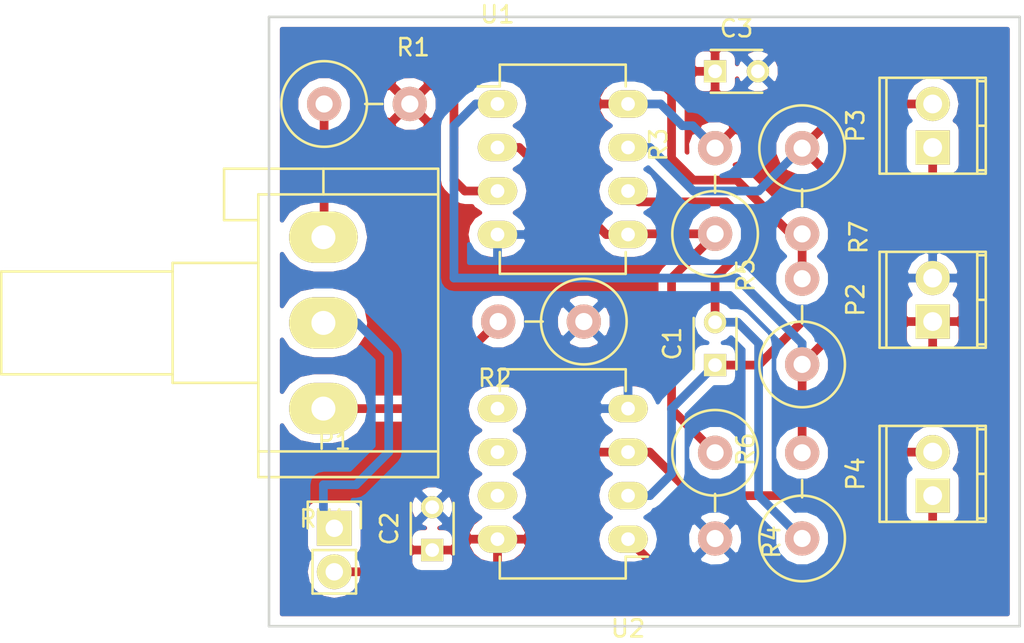
<source format=kicad_pcb>
(kicad_pcb (version 4) (host pcbnew 4.0.2-stable)

  (general
    (links 32)
    (no_connects 0)
    (area 121.844999 111.684999 165.175001 147.395001)
    (thickness 1.6)
    (drawings 4)
    (tracks 87)
    (zones 0)
    (modules 17)
    (nets 13)
  )

  (page A4)
  (layers
    (0 F.Cu signal)
    (31 B.Cu signal)
    (32 B.Adhes user)
    (33 F.Adhes user)
    (34 B.Paste user)
    (35 F.Paste user)
    (36 B.SilkS user)
    (37 F.SilkS user)
    (38 B.Mask user)
    (39 F.Mask user)
    (40 Dwgs.User user)
    (41 Cmts.User user)
    (42 Eco1.User user)
    (43 Eco2.User user)
    (44 Edge.Cuts user)
    (45 Margin user)
    (46 B.CrtYd user)
    (47 F.CrtYd user)
    (48 B.Fab user)
    (49 F.Fab user)
  )

  (setup
    (last_trace_width 0.508)
    (trace_clearance 0.127)
    (zone_clearance 0.508)
    (zone_45_only no)
    (trace_min 0.1524)
    (segment_width 0.2)
    (edge_width 0.15)
    (via_size 0.6858)
    (via_drill 0.3302)
    (via_min_size 0.6858)
    (via_min_drill 0.3302)
    (uvia_size 0.3)
    (uvia_drill 0.1)
    (uvias_allowed no)
    (uvia_min_size 0.2)
    (uvia_min_drill 0.1)
    (pcb_text_width 0.3)
    (pcb_text_size 1.5 1.5)
    (mod_edge_width 0.15)
    (mod_text_size 1 1)
    (mod_text_width 0.15)
    (pad_size 1.524 1.524)
    (pad_drill 0.762)
    (pad_to_mask_clearance 0.2)
    (aux_axis_origin 0 0)
    (visible_elements 7FFFFFFF)
    (pcbplotparams
      (layerselection 0x00030_80000001)
      (usegerberextensions false)
      (excludeedgelayer true)
      (linewidth 0.100000)
      (plotframeref false)
      (viasonmask false)
      (mode 1)
      (useauxorigin false)
      (hpglpennumber 1)
      (hpglpenspeed 20)
      (hpglpendiameter 15)
      (hpglpenoverlay 2)
      (psnegative false)
      (psa4output false)
      (plotreference true)
      (plotvalue true)
      (plotinvisibletext false)
      (padsonsilk false)
      (subtractmaskfromsilk false)
      (outputformat 1)
      (mirror false)
      (drillshape 1)
      (scaleselection 1)
      (outputdirectory ""))
  )

  (net 0 "")
  (net 1 /Triange)
  (net 2 "Net-(C1-Pad2)")
  (net 3 /Vctrl_pot)
  (net 4 /Vctrl)
  (net 5 GND)
  (net 6 VCC)
  (net 7 /Square)
  (net 8 /PWM)
  (net 9 "Net-(R1-Pad1)")
  (net 10 "Net-(R2-Pad2)")
  (net 11 /Vref)
  (net 12 "Net-(R5-Pad2)")

  (net_class Default "This is the default net class."
    (clearance 0.127)
    (trace_width 0.508)
    (via_dia 0.6858)
    (via_drill 0.3302)
    (uvia_dia 0.3)
    (uvia_drill 0.1)
    (add_net /PWM)
    (add_net /Square)
    (add_net /Triange)
    (add_net /Vctrl)
    (add_net /Vctrl_pot)
    (add_net /Vref)
    (add_net GND)
    (add_net "Net-(C1-Pad2)")
    (add_net "Net-(R1-Pad1)")
    (add_net "Net-(R2-Pad2)")
    (add_net "Net-(R5-Pad2)")
    (add_net VCC)
  )

  (module Resistors_ThroughHole:Resistor_Vertical_RM5mm (layer F.Cu) (tedit 0) (tstamp 576F3639)
    (at 127 116.84)
    (descr "Resistor, Vertical, RM 5mm, 1/3W,")
    (tags "Resistor, Vertical, RM 5mm, 1/3W,")
    (path /576F3100)
    (fp_text reference R1 (at 2.70002 -3.29946) (layer F.SilkS)
      (effects (font (size 1 1) (thickness 0.15)))
    )
    (fp_text value 10k (at 0 4.50088) (layer F.Fab)
      (effects (font (size 1 1) (thickness 0.15)))
    )
    (fp_line (start -0.09906 0) (end 0.9017 0) (layer F.SilkS) (width 0.15))
    (fp_circle (center -2.49936 0) (end 0 0) (layer F.SilkS) (width 0.15))
    (pad 1 thru_hole circle (at -2.49936 0) (size 1.99898 1.99898) (drill 1.00076) (layers *.Cu *.SilkS *.Mask)
      (net 9 "Net-(R1-Pad1)"))
    (pad 2 thru_hole circle (at 2.5019 0) (size 1.99898 1.99898) (drill 1.00076) (layers *.Cu *.SilkS *.Mask)
      (net 6 VCC))
  )

  (module Capacitors_ThroughHole:C_Disc_D3_P2.5 (layer F.Cu) (tedit 0) (tstamp 576F361B)
    (at 147.32 132.08 90)
    (descr "Capacitor 3mm Disc, Pitch 2.5mm")
    (tags Capacitor)
    (path /576630A5)
    (fp_text reference C1 (at 1.25 -2.5 90) (layer F.SilkS)
      (effects (font (size 1 1) (thickness 0.15)))
    )
    (fp_text value 100nF (at 1.25 2.5 90) (layer F.Fab)
      (effects (font (size 1 1) (thickness 0.15)))
    )
    (fp_line (start -0.9 -1.5) (end 3.4 -1.5) (layer F.CrtYd) (width 0.05))
    (fp_line (start 3.4 -1.5) (end 3.4 1.5) (layer F.CrtYd) (width 0.05))
    (fp_line (start 3.4 1.5) (end -0.9 1.5) (layer F.CrtYd) (width 0.05))
    (fp_line (start -0.9 1.5) (end -0.9 -1.5) (layer F.CrtYd) (width 0.05))
    (fp_line (start -0.25 -1.25) (end 2.75 -1.25) (layer F.SilkS) (width 0.15))
    (fp_line (start 2.75 1.25) (end -0.25 1.25) (layer F.SilkS) (width 0.15))
    (pad 1 thru_hole rect (at 0 0 90) (size 1.3 1.3) (drill 0.8) (layers *.Cu *.Mask F.SilkS)
      (net 1 /Triange))
    (pad 2 thru_hole circle (at 2.5 0 90) (size 1.3 1.3) (drill 0.8001) (layers *.Cu *.Mask F.SilkS)
      (net 2 "Net-(C1-Pad2)"))
    (model Capacitors_ThroughHole.3dshapes/C_Disc_D3_P2.5.wrl
      (at (xyz 0.0492126 0 0))
      (scale (xyz 1 1 1))
      (rotate (xyz 0 0 0))
    )
  )

  (module Pin_Headers:Pin_Header_Straight_1x02 (layer F.Cu) (tedit 54EA090C) (tstamp 576F3621)
    (at 125.095 141.605)
    (descr "Through hole pin header")
    (tags "pin header")
    (path /576F5535)
    (fp_text reference P1 (at 0 -5.1) (layer F.SilkS)
      (effects (font (size 1 1) (thickness 0.15)))
    )
    (fp_text value CONN_01X02 (at 0 -3.1) (layer F.Fab)
      (effects (font (size 1 1) (thickness 0.15)))
    )
    (fp_line (start 1.27 1.27) (end 1.27 3.81) (layer F.SilkS) (width 0.15))
    (fp_line (start 1.55 -1.55) (end 1.55 0) (layer F.SilkS) (width 0.15))
    (fp_line (start -1.75 -1.75) (end -1.75 4.3) (layer F.CrtYd) (width 0.05))
    (fp_line (start 1.75 -1.75) (end 1.75 4.3) (layer F.CrtYd) (width 0.05))
    (fp_line (start -1.75 -1.75) (end 1.75 -1.75) (layer F.CrtYd) (width 0.05))
    (fp_line (start -1.75 4.3) (end 1.75 4.3) (layer F.CrtYd) (width 0.05))
    (fp_line (start 1.27 1.27) (end -1.27 1.27) (layer F.SilkS) (width 0.15))
    (fp_line (start -1.55 0) (end -1.55 -1.55) (layer F.SilkS) (width 0.15))
    (fp_line (start -1.55 -1.55) (end 1.55 -1.55) (layer F.SilkS) (width 0.15))
    (fp_line (start -1.27 1.27) (end -1.27 3.81) (layer F.SilkS) (width 0.15))
    (fp_line (start -1.27 3.81) (end 1.27 3.81) (layer F.SilkS) (width 0.15))
    (pad 1 thru_hole rect (at 0 0) (size 2.032 2.032) (drill 1.016) (layers *.Cu *.Mask F.SilkS)
      (net 3 /Vctrl_pot))
    (pad 2 thru_hole oval (at 0 2.54) (size 2.032 2.032) (drill 1.016) (layers *.Cu *.Mask F.SilkS)
      (net 4 /Vctrl))
    (model Pin_Headers.3dshapes/Pin_Header_Straight_1x02.wrl
      (at (xyz 0 -0.05 0))
      (scale (xyz 1 1 1))
      (rotate (xyz 0 0 90))
    )
  )

  (module Terminal_Blocks:TerminalBlock_Pheonix_MPT-2.54mm_2pol (layer F.Cu) (tedit 0) (tstamp 576F3627)
    (at 160.02 129.54 90)
    (descr "2-way 2.54mm pitch terminal block, Phoenix MPT series")
    (path /576F3F7A)
    (fp_text reference P2 (at 1.27 -4.50088 90) (layer F.SilkS)
      (effects (font (size 1 1) (thickness 0.15)))
    )
    (fp_text value CONN_01X02 (at 1.27 4.50088 90) (layer F.Fab)
      (effects (font (size 1 1) (thickness 0.15)))
    )
    (fp_line (start -1.7 -3.3) (end 4.3 -3.3) (layer F.CrtYd) (width 0.05))
    (fp_line (start -1.7 3.3) (end -1.7 -3.3) (layer F.CrtYd) (width 0.05))
    (fp_line (start 4.3 3.3) (end -1.7 3.3) (layer F.CrtYd) (width 0.05))
    (fp_line (start 4.3 -3.3) (end 4.3 3.3) (layer F.CrtYd) (width 0.05))
    (fp_line (start 4.06908 2.60096) (end -1.52908 2.60096) (layer F.SilkS) (width 0.15))
    (fp_line (start -1.33096 3.0988) (end -1.33096 2.60096) (layer F.SilkS) (width 0.15))
    (fp_line (start 3.87096 2.60096) (end 3.87096 3.0988) (layer F.SilkS) (width 0.15))
    (fp_line (start 1.27 3.0988) (end 1.27 2.60096) (layer F.SilkS) (width 0.15))
    (fp_line (start -1.52908 -2.70002) (end 4.06908 -2.70002) (layer F.SilkS) (width 0.15))
    (fp_line (start -1.52908 3.0988) (end 4.06908 3.0988) (layer F.SilkS) (width 0.15))
    (fp_line (start 4.06908 3.0988) (end 4.06908 -3.0988) (layer F.SilkS) (width 0.15))
    (fp_line (start 4.06908 -3.0988) (end -1.52908 -3.0988) (layer F.SilkS) (width 0.15))
    (fp_line (start -1.52908 -3.0988) (end -1.52908 3.0988) (layer F.SilkS) (width 0.15))
    (pad 2 thru_hole oval (at 2.54 0 90) (size 1.99898 1.99898) (drill 1.09728) (layers *.Cu *.Mask F.SilkS)
      (net 5 GND))
    (pad 1 thru_hole rect (at 0 0 90) (size 1.99898 1.99898) (drill 1.09728) (layers *.Cu *.Mask F.SilkS)
      (net 6 VCC))
    (model Terminal_Blocks.3dshapes/TerminalBlock_Pheonix_MPT-2.54mm_2pol.wrl
      (at (xyz 0.05 0 0))
      (scale (xyz 1 1 1))
      (rotate (xyz 0 0 0))
    )
  )

  (module Terminal_Blocks:TerminalBlock_Pheonix_MPT-2.54mm_2pol (layer F.Cu) (tedit 0) (tstamp 576F362D)
    (at 160.02 119.38 90)
    (descr "2-way 2.54mm pitch terminal block, Phoenix MPT series")
    (path /576F43B9)
    (fp_text reference P3 (at 1.27 -4.50088 90) (layer F.SilkS)
      (effects (font (size 1 1) (thickness 0.15)))
    )
    (fp_text value CONN_01X02 (at 1.27 4.50088 90) (layer F.Fab)
      (effects (font (size 1 1) (thickness 0.15)))
    )
    (fp_line (start -1.7 -3.3) (end 4.3 -3.3) (layer F.CrtYd) (width 0.05))
    (fp_line (start -1.7 3.3) (end -1.7 -3.3) (layer F.CrtYd) (width 0.05))
    (fp_line (start 4.3 3.3) (end -1.7 3.3) (layer F.CrtYd) (width 0.05))
    (fp_line (start 4.3 -3.3) (end 4.3 3.3) (layer F.CrtYd) (width 0.05))
    (fp_line (start 4.06908 2.60096) (end -1.52908 2.60096) (layer F.SilkS) (width 0.15))
    (fp_line (start -1.33096 3.0988) (end -1.33096 2.60096) (layer F.SilkS) (width 0.15))
    (fp_line (start 3.87096 2.60096) (end 3.87096 3.0988) (layer F.SilkS) (width 0.15))
    (fp_line (start 1.27 3.0988) (end 1.27 2.60096) (layer F.SilkS) (width 0.15))
    (fp_line (start -1.52908 -2.70002) (end 4.06908 -2.70002) (layer F.SilkS) (width 0.15))
    (fp_line (start -1.52908 3.0988) (end 4.06908 3.0988) (layer F.SilkS) (width 0.15))
    (fp_line (start 4.06908 3.0988) (end 4.06908 -3.0988) (layer F.SilkS) (width 0.15))
    (fp_line (start 4.06908 -3.0988) (end -1.52908 -3.0988) (layer F.SilkS) (width 0.15))
    (fp_line (start -1.52908 -3.0988) (end -1.52908 3.0988) (layer F.SilkS) (width 0.15))
    (pad 2 thru_hole oval (at 2.54 0 90) (size 1.99898 1.99898) (drill 1.09728) (layers *.Cu *.Mask F.SilkS)
      (net 1 /Triange))
    (pad 1 thru_hole rect (at 0 0 90) (size 1.99898 1.99898) (drill 1.09728) (layers *.Cu *.Mask F.SilkS)
      (net 7 /Square))
    (model Terminal_Blocks.3dshapes/TerminalBlock_Pheonix_MPT-2.54mm_2pol.wrl
      (at (xyz 0.05 0 0))
      (scale (xyz 1 1 1))
      (rotate (xyz 0 0 0))
    )
  )

  (module Terminal_Blocks:TerminalBlock_Pheonix_MPT-2.54mm_2pol (layer F.Cu) (tedit 0) (tstamp 576F3633)
    (at 160.02 139.7 90)
    (descr "2-way 2.54mm pitch terminal block, Phoenix MPT series")
    (path /576F45F9)
    (fp_text reference P4 (at 1.27 -4.50088 90) (layer F.SilkS)
      (effects (font (size 1 1) (thickness 0.15)))
    )
    (fp_text value CONN_01X02 (at 1.27 4.50088 90) (layer F.Fab)
      (effects (font (size 1 1) (thickness 0.15)))
    )
    (fp_line (start -1.7 -3.3) (end 4.3 -3.3) (layer F.CrtYd) (width 0.05))
    (fp_line (start -1.7 3.3) (end -1.7 -3.3) (layer F.CrtYd) (width 0.05))
    (fp_line (start 4.3 3.3) (end -1.7 3.3) (layer F.CrtYd) (width 0.05))
    (fp_line (start 4.3 -3.3) (end 4.3 3.3) (layer F.CrtYd) (width 0.05))
    (fp_line (start 4.06908 2.60096) (end -1.52908 2.60096) (layer F.SilkS) (width 0.15))
    (fp_line (start -1.33096 3.0988) (end -1.33096 2.60096) (layer F.SilkS) (width 0.15))
    (fp_line (start 3.87096 2.60096) (end 3.87096 3.0988) (layer F.SilkS) (width 0.15))
    (fp_line (start 1.27 3.0988) (end 1.27 2.60096) (layer F.SilkS) (width 0.15))
    (fp_line (start -1.52908 -2.70002) (end 4.06908 -2.70002) (layer F.SilkS) (width 0.15))
    (fp_line (start -1.52908 3.0988) (end 4.06908 3.0988) (layer F.SilkS) (width 0.15))
    (fp_line (start 4.06908 3.0988) (end 4.06908 -3.0988) (layer F.SilkS) (width 0.15))
    (fp_line (start 4.06908 -3.0988) (end -1.52908 -3.0988) (layer F.SilkS) (width 0.15))
    (fp_line (start -1.52908 -3.0988) (end -1.52908 3.0988) (layer F.SilkS) (width 0.15))
    (pad 2 thru_hole oval (at 2.54 0 90) (size 1.99898 1.99898) (drill 1.09728) (layers *.Cu *.Mask F.SilkS)
      (net 4 /Vctrl))
    (pad 1 thru_hole rect (at 0 0 90) (size 1.99898 1.99898) (drill 1.09728) (layers *.Cu *.Mask F.SilkS)
      (net 8 /PWM))
    (model Terminal_Blocks.3dshapes/TerminalBlock_Pheonix_MPT-2.54mm_2pol.wrl
      (at (xyz 0.05 0 0))
      (scale (xyz 1 1 1))
      (rotate (xyz 0 0 0))
    )
  )

  (module Resistors_ThroughHole:Resistor_Vertical_RM5mm (layer F.Cu) (tedit 0) (tstamp 576F363F)
    (at 137.16 129.54 180)
    (descr "Resistor, Vertical, RM 5mm, 1/3W,")
    (tags "Resistor, Vertical, RM 5mm, 1/3W,")
    (path /576F3189)
    (fp_text reference R2 (at 2.70002 -3.29946 180) (layer F.SilkS)
      (effects (font (size 1 1) (thickness 0.15)))
    )
    (fp_text value 10k (at 0 4.50088 180) (layer F.Fab)
      (effects (font (size 1 1) (thickness 0.15)))
    )
    (fp_line (start -0.09906 0) (end 0.9017 0) (layer F.SilkS) (width 0.15))
    (fp_circle (center -2.49936 0) (end 0 0) (layer F.SilkS) (width 0.15))
    (pad 1 thru_hole circle (at -2.49936 0 180) (size 1.99898 1.99898) (drill 1.00076) (layers *.Cu *.SilkS *.Mask)
      (net 5 GND))
    (pad 2 thru_hole circle (at 2.5019 0 180) (size 1.99898 1.99898) (drill 1.00076) (layers *.Cu *.SilkS *.Mask)
      (net 10 "Net-(R2-Pad2)"))
  )

  (module Resistors_ThroughHole:Resistor_Vertical_RM5mm (layer F.Cu) (tedit 0) (tstamp 576F3645)
    (at 147.32 121.92 90)
    (descr "Resistor, Vertical, RM 5mm, 1/3W,")
    (tags "Resistor, Vertical, RM 5mm, 1/3W,")
    (path /576637F5)
    (fp_text reference R3 (at 2.70002 -3.29946 90) (layer F.SilkS)
      (effects (font (size 1 1) (thickness 0.15)))
    )
    (fp_text value 330k (at 0 4.50088 90) (layer F.Fab)
      (effects (font (size 1 1) (thickness 0.15)))
    )
    (fp_line (start -0.09906 0) (end 0.9017 0) (layer F.SilkS) (width 0.15))
    (fp_circle (center -2.49936 0) (end 0 0) (layer F.SilkS) (width 0.15))
    (pad 1 thru_hole circle (at -2.49936 0 90) (size 1.99898 1.99898) (drill 1.00076) (layers *.Cu *.SilkS *.Mask)
      (net 11 /Vref))
    (pad 2 thru_hole circle (at 2.5019 0 90) (size 1.99898 1.99898) (drill 1.00076) (layers *.Cu *.SilkS *.Mask)
      (net 6 VCC))
  )

  (module Resistors_ThroughHole:Resistor_Vertical_RM5mm (layer F.Cu) (tedit 0) (tstamp 576F364B)
    (at 147.32 139.7 270)
    (descr "Resistor, Vertical, RM 5mm, 1/3W,")
    (tags "Resistor, Vertical, RM 5mm, 1/3W,")
    (path /576638C0)
    (fp_text reference R4 (at 2.70002 -3.29946 270) (layer F.SilkS)
      (effects (font (size 1 1) (thickness 0.15)))
    )
    (fp_text value 220k (at 0 4.50088 270) (layer F.Fab)
      (effects (font (size 1 1) (thickness 0.15)))
    )
    (fp_line (start -0.09906 0) (end 0.9017 0) (layer F.SilkS) (width 0.15))
    (fp_circle (center -2.49936 0) (end 0 0) (layer F.SilkS) (width 0.15))
    (pad 1 thru_hole circle (at -2.49936 0 270) (size 1.99898 1.99898) (drill 1.00076) (layers *.Cu *.SilkS *.Mask)
      (net 11 /Vref))
    (pad 2 thru_hole circle (at 2.5019 0 270) (size 1.99898 1.99898) (drill 1.00076) (layers *.Cu *.SilkS *.Mask)
      (net 5 GND))
  )

  (module Resistors_ThroughHole:Resistor_Vertical_RM5mm (layer F.Cu) (tedit 0) (tstamp 576F3651)
    (at 152.4 129.54 90)
    (descr "Resistor, Vertical, RM 5mm, 1/3W,")
    (tags "Resistor, Vertical, RM 5mm, 1/3W,")
    (path /57662FAE)
    (fp_text reference R5 (at 2.70002 -3.29946 90) (layer F.SilkS)
      (effects (font (size 1 1) (thickness 0.15)))
    )
    (fp_text value 1k (at 0 4.50088 90) (layer F.Fab)
      (effects (font (size 1 1) (thickness 0.15)))
    )
    (fp_line (start -0.09906 0) (end 0.9017 0) (layer F.SilkS) (width 0.15))
    (fp_circle (center -2.49936 0) (end 0 0) (layer F.SilkS) (width 0.15))
    (pad 1 thru_hole circle (at -2.49936 0 90) (size 1.99898 1.99898) (drill 1.00076) (layers *.Cu *.SilkS *.Mask)
      (net 7 /Square))
    (pad 2 thru_hole circle (at 2.5019 0 90) (size 1.99898 1.99898) (drill 1.00076) (layers *.Cu *.SilkS *.Mask)
      (net 12 "Net-(R5-Pad2)"))
  )

  (module Resistors_ThroughHole:Resistor_Vertical_RM5mm (layer F.Cu) (tedit 0) (tstamp 576F3657)
    (at 152.4 139.7 90)
    (descr "Resistor, Vertical, RM 5mm, 1/3W,")
    (tags "Resistor, Vertical, RM 5mm, 1/3W,")
    (path /57663218)
    (fp_text reference R6 (at 2.70002 -3.29946 90) (layer F.SilkS)
      (effects (font (size 1 1) (thickness 0.15)))
    )
    (fp_text value 1k (at 0 4.50088 90) (layer F.Fab)
      (effects (font (size 1 1) (thickness 0.15)))
    )
    (fp_line (start -0.09906 0) (end 0.9017 0) (layer F.SilkS) (width 0.15))
    (fp_circle (center -2.49936 0) (end 0 0) (layer F.SilkS) (width 0.15))
    (pad 1 thru_hole circle (at -2.49936 0 90) (size 1.99898 1.99898) (drill 1.00076) (layers *.Cu *.SilkS *.Mask)
      (net 2 "Net-(C1-Pad2)"))
    (pad 2 thru_hole circle (at 2.5019 0 90) (size 1.99898 1.99898) (drill 1.00076) (layers *.Cu *.SilkS *.Mask)
      (net 7 /Square))
  )

  (module Resistors_ThroughHole:Resistor_Vertical_RM5mm (layer F.Cu) (tedit 0) (tstamp 576F365D)
    (at 152.4 121.92 270)
    (descr "Resistor, Vertical, RM 5mm, 1/3W,")
    (tags "Resistor, Vertical, RM 5mm, 1/3W,")
    (path /5766306F)
    (fp_text reference R7 (at 2.70002 -3.29946 270) (layer F.SilkS)
      (effects (font (size 1 1) (thickness 0.15)))
    )
    (fp_text value 470 (at 0 4.50088 270) (layer F.Fab)
      (effects (font (size 1 1) (thickness 0.15)))
    )
    (fp_line (start -0.09906 0) (end 0.9017 0) (layer F.SilkS) (width 0.15))
    (fp_circle (center -2.49936 0) (end 0 0) (layer F.SilkS) (width 0.15))
    (pad 1 thru_hole circle (at -2.49936 0 270) (size 1.99898 1.99898) (drill 1.00076) (layers *.Cu *.SilkS *.Mask)
      (net 1 /Triange))
    (pad 2 thru_hole circle (at 2.5019 0 270) (size 1.99898 1.99898) (drill 1.00076) (layers *.Cu *.SilkS *.Mask)
      (net 12 "Net-(R5-Pad2)"))
  )

  (module Potentiometers:Potentiometer_Alps-RK16-single_largePads (layer F.Cu) (tedit 5446FD75) (tstamp 576F3664)
    (at 124.46 134.62 180)
    (descr "Potentiometer, Alps, RK16, single, large Pads, RevA, 30 July 2010,")
    (tags "Potentiometer, Alps, RK16, single, large Pads, RevA, 30 July 2010,")
    (path /5766687C)
    (fp_text reference RV1 (at 0 -6.42874 180) (layer F.SilkS)
      (effects (font (size 1 1) (thickness 0.15)))
    )
    (fp_text value 100k (at 0 16.43126 180) (layer F.Fab)
      (effects (font (size 1 1) (thickness 0.15)))
    )
    (fp_line (start 0 14.00048) (end -6.70052 14.00048) (layer F.SilkS) (width 0.15))
    (fp_line (start -6.70052 14.00048) (end -6.70052 12.40028) (layer F.SilkS) (width 0.15))
    (fp_line (start 3.79984 -2.49936) (end 3.79984 -3.99796) (layer F.SilkS) (width 0.15))
    (fp_line (start 3.79984 -3.99796) (end -6.70052 -3.99796) (layer F.SilkS) (width 0.15))
    (fp_line (start -6.70052 -3.99796) (end -6.70052 -2.49936) (layer F.SilkS) (width 0.15))
    (fp_line (start 3.79984 11.00074) (end 5.79882 11.00074) (layer F.SilkS) (width 0.15))
    (fp_line (start 5.79882 11.00074) (end 5.79882 14.00048) (layer F.SilkS) (width 0.15))
    (fp_line (start 5.79882 14.00048) (end 0 14.00048) (layer F.SilkS) (width 0.15))
    (fp_line (start 0 14.00048) (end 0 12.50188) (layer F.SilkS) (width 0.15))
    (fp_line (start 8.8011 2.00152) (end 18.80108 2.00152) (layer F.SilkS) (width 0.15))
    (fp_line (start 18.80108 2.00152) (end 18.80108 8.001) (layer F.SilkS) (width 0.15))
    (fp_line (start 18.80108 8.001) (end 8.8011 8.001) (layer F.SilkS) (width 0.15))
    (fp_line (start 3.79984 1.50114) (end 8.8011 1.50114) (layer F.SilkS) (width 0.15))
    (fp_line (start 8.8011 1.50114) (end 8.8011 8.50138) (layer F.SilkS) (width 0.15))
    (fp_line (start 8.8011 8.50138) (end 3.79984 8.50138) (layer F.SilkS) (width 0.15))
    (fp_line (start 3.79984 -2.49936) (end -6.70052 -2.49936) (layer F.SilkS) (width 0.15))
    (fp_line (start -6.70052 -2.49936) (end -6.70052 12.50188) (layer F.SilkS) (width 0.15))
    (fp_line (start -6.70052 12.50188) (end 3.79984 12.50188) (layer F.SilkS) (width 0.15))
    (fp_line (start 3.79984 12.50188) (end 3.79984 -2.49936) (layer F.SilkS) (width 0.15))
    (pad 2 thru_hole oval (at 0 5.00126 180) (size 4.0005 2.99974) (drill 1.39954) (layers *.Cu *.Mask F.SilkS)
      (net 3 /Vctrl_pot))
    (pad 3 thru_hole oval (at 0 10.00252 180) (size 4.0005 2.99974) (drill 1.39954) (layers *.Cu *.Mask F.SilkS)
      (net 9 "Net-(R1-Pad1)"))
    (pad 1 thru_hole oval (at 0 0 180) (size 4.0005 2.99974) (drill 1.39954) (layers *.Cu *.Mask F.SilkS)
      (net 10 "Net-(R2-Pad2)"))
  )

  (module Housings_DIP:DIP-8_W7.62mm_LongPads (layer F.Cu) (tedit 54130A77) (tstamp 576F3670)
    (at 134.62 116.84)
    (descr "8-lead dip package, row spacing 7.62 mm (300 mils), longer pads")
    (tags "dil dip 2.54 300")
    (path /57662A9E)
    (fp_text reference U1 (at 0 -5.22) (layer F.SilkS)
      (effects (font (size 1 1) (thickness 0.15)))
    )
    (fp_text value LM358N (at 0 -3.72) (layer F.Fab)
      (effects (font (size 1 1) (thickness 0.15)))
    )
    (fp_line (start -1.4 -2.45) (end -1.4 10.1) (layer F.CrtYd) (width 0.05))
    (fp_line (start 9 -2.45) (end 9 10.1) (layer F.CrtYd) (width 0.05))
    (fp_line (start -1.4 -2.45) (end 9 -2.45) (layer F.CrtYd) (width 0.05))
    (fp_line (start -1.4 10.1) (end 9 10.1) (layer F.CrtYd) (width 0.05))
    (fp_line (start 0.135 -2.295) (end 0.135 -1.025) (layer F.SilkS) (width 0.15))
    (fp_line (start 7.485 -2.295) (end 7.485 -1.025) (layer F.SilkS) (width 0.15))
    (fp_line (start 7.485 9.915) (end 7.485 8.645) (layer F.SilkS) (width 0.15))
    (fp_line (start 0.135 9.915) (end 0.135 8.645) (layer F.SilkS) (width 0.15))
    (fp_line (start 0.135 -2.295) (end 7.485 -2.295) (layer F.SilkS) (width 0.15))
    (fp_line (start 0.135 9.915) (end 7.485 9.915) (layer F.SilkS) (width 0.15))
    (fp_line (start 0.135 -1.025) (end -1.15 -1.025) (layer F.SilkS) (width 0.15))
    (pad 1 thru_hole oval (at 0 0) (size 2.3 1.6) (drill 0.8) (layers *.Cu *.Mask F.SilkS)
      (net 7 /Square))
    (pad 2 thru_hole oval (at 0 2.54) (size 2.3 1.6) (drill 0.8) (layers *.Cu *.Mask F.SilkS)
      (net 11 /Vref))
    (pad 3 thru_hole oval (at 0 5.08) (size 2.3 1.6) (drill 0.8) (layers *.Cu *.Mask F.SilkS)
      (net 12 "Net-(R5-Pad2)"))
    (pad 4 thru_hole oval (at 0 7.62) (size 2.3 1.6) (drill 0.8) (layers *.Cu *.Mask F.SilkS)
      (net 5 GND))
    (pad 5 thru_hole oval (at 7.62 7.62) (size 2.3 1.6) (drill 0.8) (layers *.Cu *.Mask F.SilkS)
      (net 11 /Vref))
    (pad 6 thru_hole oval (at 7.62 5.08) (size 2.3 1.6) (drill 0.8) (layers *.Cu *.Mask F.SilkS)
      (net 2 "Net-(C1-Pad2)"))
    (pad 7 thru_hole oval (at 7.62 2.54) (size 2.3 1.6) (drill 0.8) (layers *.Cu *.Mask F.SilkS)
      (net 1 /Triange))
    (pad 8 thru_hole oval (at 7.62 0) (size 2.3 1.6) (drill 0.8) (layers *.Cu *.Mask F.SilkS)
      (net 6 VCC))
    (model Housings_DIP.3dshapes/DIP-8_W7.62mm_LongPads.wrl
      (at (xyz 0 0 0))
      (scale (xyz 1 1 1))
      (rotate (xyz 0 0 0))
    )
  )

  (module Housings_DIP:DIP-8_W7.62mm_LongPads (layer F.Cu) (tedit 54130A77) (tstamp 576F367C)
    (at 142.24 142.24 180)
    (descr "8-lead dip package, row spacing 7.62 mm (300 mils), longer pads")
    (tags "dil dip 2.54 300")
    (path /57662CCB)
    (fp_text reference U2 (at 0 -5.22 180) (layer F.SilkS)
      (effects (font (size 1 1) (thickness 0.15)))
    )
    (fp_text value LM358N (at 0 -3.72 180) (layer F.Fab)
      (effects (font (size 1 1) (thickness 0.15)))
    )
    (fp_line (start -1.4 -2.45) (end -1.4 10.1) (layer F.CrtYd) (width 0.05))
    (fp_line (start 9 -2.45) (end 9 10.1) (layer F.CrtYd) (width 0.05))
    (fp_line (start -1.4 -2.45) (end 9 -2.45) (layer F.CrtYd) (width 0.05))
    (fp_line (start -1.4 10.1) (end 9 10.1) (layer F.CrtYd) (width 0.05))
    (fp_line (start 0.135 -2.295) (end 0.135 -1.025) (layer F.SilkS) (width 0.15))
    (fp_line (start 7.485 -2.295) (end 7.485 -1.025) (layer F.SilkS) (width 0.15))
    (fp_line (start 7.485 9.915) (end 7.485 8.645) (layer F.SilkS) (width 0.15))
    (fp_line (start 0.135 9.915) (end 0.135 8.645) (layer F.SilkS) (width 0.15))
    (fp_line (start 0.135 -2.295) (end 7.485 -2.295) (layer F.SilkS) (width 0.15))
    (fp_line (start 0.135 9.915) (end 7.485 9.915) (layer F.SilkS) (width 0.15))
    (fp_line (start 0.135 -1.025) (end -1.15 -1.025) (layer F.SilkS) (width 0.15))
    (pad 1 thru_hole oval (at 0 0 180) (size 2.3 1.6) (drill 0.8) (layers *.Cu *.Mask F.SilkS)
      (net 8 /PWM))
    (pad 2 thru_hole oval (at 0 2.54 180) (size 2.3 1.6) (drill 0.8) (layers *.Cu *.Mask F.SilkS)
      (net 1 /Triange))
    (pad 3 thru_hole oval (at 0 5.08 180) (size 2.3 1.6) (drill 0.8) (layers *.Cu *.Mask F.SilkS)
      (net 4 /Vctrl))
    (pad 4 thru_hole oval (at 0 7.62 180) (size 2.3 1.6) (drill 0.8) (layers *.Cu *.Mask F.SilkS)
      (net 5 GND))
    (pad 5 thru_hole oval (at 7.62 7.62 180) (size 2.3 1.6) (drill 0.8) (layers *.Cu *.Mask F.SilkS))
    (pad 6 thru_hole oval (at 7.62 5.08 180) (size 2.3 1.6) (drill 0.8) (layers *.Cu *.Mask F.SilkS))
    (pad 7 thru_hole oval (at 7.62 2.54 180) (size 2.3 1.6) (drill 0.8) (layers *.Cu *.Mask F.SilkS))
    (pad 8 thru_hole oval (at 7.62 0 180) (size 2.3 1.6) (drill 0.8) (layers *.Cu *.Mask F.SilkS)
      (net 6 VCC))
    (model Housings_DIP.3dshapes/DIP-8_W7.62mm_LongPads.wrl
      (at (xyz 0 0 0))
      (scale (xyz 1 1 1))
      (rotate (xyz 0 0 0))
    )
  )

  (module Capacitors_ThroughHole:C_Disc_D3_P2.5 (layer F.Cu) (tedit 0) (tstamp 577257EC)
    (at 130.81 142.875 90)
    (descr "Capacitor 3mm Disc, Pitch 2.5mm")
    (tags Capacitor)
    (path /577262B2)
    (fp_text reference C2 (at 1.25 -2.5 90) (layer F.SilkS)
      (effects (font (size 1 1) (thickness 0.15)))
    )
    (fp_text value 100n (at 1.25 2.5 90) (layer F.Fab)
      (effects (font (size 1 1) (thickness 0.15)))
    )
    (fp_line (start -0.9 -1.5) (end 3.4 -1.5) (layer F.CrtYd) (width 0.05))
    (fp_line (start 3.4 -1.5) (end 3.4 1.5) (layer F.CrtYd) (width 0.05))
    (fp_line (start 3.4 1.5) (end -0.9 1.5) (layer F.CrtYd) (width 0.05))
    (fp_line (start -0.9 1.5) (end -0.9 -1.5) (layer F.CrtYd) (width 0.05))
    (fp_line (start -0.25 -1.25) (end 2.75 -1.25) (layer F.SilkS) (width 0.15))
    (fp_line (start 2.75 1.25) (end -0.25 1.25) (layer F.SilkS) (width 0.15))
    (pad 1 thru_hole rect (at 0 0 90) (size 1.3 1.3) (drill 0.8) (layers *.Cu *.Mask F.SilkS)
      (net 6 VCC))
    (pad 2 thru_hole circle (at 2.5 0 90) (size 1.3 1.3) (drill 0.8001) (layers *.Cu *.Mask F.SilkS)
      (net 5 GND))
    (model Capacitors_ThroughHole.3dshapes/C_Disc_D3_P2.5.wrl
      (at (xyz 0.0492126 0 0))
      (scale (xyz 1 1 1))
      (rotate (xyz 0 0 0))
    )
  )

  (module Capacitors_ThroughHole:C_Disc_D3_P2.5 (layer F.Cu) (tedit 0) (tstamp 577258A6)
    (at 147.32 114.935)
    (descr "Capacitor 3mm Disc, Pitch 2.5mm")
    (tags Capacitor)
    (path /57726673)
    (fp_text reference C3 (at 1.25 -2.5) (layer F.SilkS)
      (effects (font (size 1 1) (thickness 0.15)))
    )
    (fp_text value 100n (at 1.25 2.5) (layer F.Fab)
      (effects (font (size 1 1) (thickness 0.15)))
    )
    (fp_line (start -0.9 -1.5) (end 3.4 -1.5) (layer F.CrtYd) (width 0.05))
    (fp_line (start 3.4 -1.5) (end 3.4 1.5) (layer F.CrtYd) (width 0.05))
    (fp_line (start 3.4 1.5) (end -0.9 1.5) (layer F.CrtYd) (width 0.05))
    (fp_line (start -0.9 1.5) (end -0.9 -1.5) (layer F.CrtYd) (width 0.05))
    (fp_line (start -0.25 -1.25) (end 2.75 -1.25) (layer F.SilkS) (width 0.15))
    (fp_line (start 2.75 1.25) (end -0.25 1.25) (layer F.SilkS) (width 0.15))
    (pad 1 thru_hole rect (at 0 0) (size 1.3 1.3) (drill 0.8) (layers *.Cu *.Mask F.SilkS)
      (net 6 VCC))
    (pad 2 thru_hole circle (at 2.5 0) (size 1.3 1.3) (drill 0.8001) (layers *.Cu *.Mask F.SilkS)
      (net 5 GND))
    (model Capacitors_ThroughHole.3dshapes/C_Disc_D3_P2.5.wrl
      (at (xyz 0.0492126 0 0))
      (scale (xyz 1 1 1))
      (rotate (xyz 0 0 0))
    )
  )

  (gr_line (start 121.285 111.76) (end 165.1 111.76) (angle 90) (layer Edge.Cuts) (width 0.15))
  (gr_line (start 165.1 147.32) (end 121.285 147.32) (angle 90) (layer Edge.Cuts) (width 0.15))
  (gr_line (start 121.285 111.76) (end 121.285 147.32) (angle 90) (layer Edge.Cuts) (width 0.15))
  (gr_line (start 165.1 111.76) (end 165.1 147.32) (angle 90) (layer Edge.Cuts) (width 0.15))

  (segment (start 152.4 119.42064) (end 152.35936 119.42064) (width 0.508) (layer B.Cu) (net 1))
  (segment (start 152.35936 119.42064) (end 149.86 121.92) (width 0.508) (layer B.Cu) (net 1) (tstamp 576F3D93))
  (segment (start 143.51 119.38) (end 142.24 119.38) (width 0.508) (layer B.Cu) (net 1) (tstamp 576F3D9C))
  (segment (start 146.05 121.92) (end 143.51 119.38) (width 0.508) (layer B.Cu) (net 1) (tstamp 576F3D9A))
  (segment (start 149.86 121.92) (end 146.05 121.92) (width 0.508) (layer B.Cu) (net 1) (tstamp 576F3D97))
  (segment (start 147.32 132.08) (end 149.86 132.08) (width 0.508) (layer F.Cu) (net 1))
  (segment (start 154.94 121.96064) (end 152.4 119.42064) (width 0.508) (layer F.Cu) (net 1) (tstamp 576F3C3F))
  (segment (start 154.94 127) (end 154.94 121.96064) (width 0.508) (layer F.Cu) (net 1) (tstamp 576F3C37))
  (segment (start 149.86 132.08) (end 154.94 127) (width 0.508) (layer F.Cu) (net 1) (tstamp 576F3C31))
  (segment (start 142.24 139.7) (end 143.51 139.7) (width 0.508) (layer B.Cu) (net 1))
  (segment (start 144.78 134.62) (end 147.32 132.08) (width 0.508) (layer B.Cu) (net 1) (tstamp 576F3BBC))
  (segment (start 144.78 138.43) (end 144.78 134.62) (width 0.508) (layer B.Cu) (net 1) (tstamp 576F3BBB))
  (segment (start 143.51 139.7) (end 144.78 138.43) (width 0.508) (layer B.Cu) (net 1) (tstamp 576F3BBA))
  (segment (start 152.4 119.42064) (end 152.4 119.38) (width 0.508) (layer B.Cu) (net 1))
  (segment (start 160.02 116.84) (end 154.98064 116.84) (width 0.508) (layer F.Cu) (net 1))
  (segment (start 154.98064 116.84) (end 152.4 119.42064) (width 0.508) (layer F.Cu) (net 1) (tstamp 576F3A3F))
  (segment (start 147.32 129.58) (end 147.32 127) (width 0.508) (layer F.Cu) (net 2))
  (segment (start 147.955 122.555) (end 142.875 122.555) (width 0.508) (layer F.Cu) (net 2) (tstamp 576F3D3F))
  (segment (start 142.875 122.555) (end 142.24 121.92) (width 0.508) (layer F.Cu) (net 2) (tstamp 576F3D4A))
  (segment (start 152.4 142.19936) (end 152.35936 142.19936) (width 0.508) (layer B.Cu) (net 2))
  (segment (start 152.35936 142.19936) (end 149.86 139.7) (width 0.508) (layer B.Cu) (net 2) (tstamp 576F3B71))
  (segment (start 149.86 139.7) (end 149.86 130.81) (width 0.508) (layer B.Cu) (net 2) (tstamp 576F3B77))
  (segment (start 149.86 130.81) (end 148.63 129.58) (width 0.508) (layer B.Cu) (net 2) (tstamp 576F3B79))
  (segment (start 148.63 129.58) (end 147.32 129.58) (width 0.508) (layer B.Cu) (net 2) (tstamp 576F3B7B))
  (segment (start 149.225 123.825) (end 147.955 122.555) (width 0.508) (layer F.Cu) (net 2) (tstamp 576F3D3C))
  (segment (start 149.225 125.095) (end 149.225 123.825) (width 0.508) (layer F.Cu) (net 2) (tstamp 576F3D3B))
  (segment (start 147.32 127) (end 149.225 125.095) (width 0.508) (layer F.Cu) (net 2) (tstamp 576F3D39))
  (segment (start 124.46 129.61874) (end 126.44374 129.61874) (width 0.508) (layer B.Cu) (net 3))
  (segment (start 126.44374 129.61874) (end 128.27 131.445) (width 0.508) (layer B.Cu) (net 3) (tstamp 57725883))
  (segment (start 128.27 131.445) (end 128.27 137.16) (width 0.508) (layer B.Cu) (net 3) (tstamp 57725885))
  (segment (start 128.27 137.16) (end 126.365 139.065) (width 0.508) (layer B.Cu) (net 3) (tstamp 57725887))
  (segment (start 126.365 139.065) (end 124.46 139.065) (width 0.508) (layer B.Cu) (net 3) (tstamp 5772588C))
  (segment (start 124.46 139.065) (end 124.46 142.24) (width 0.508) (layer B.Cu) (net 3) (tstamp 5772588D))
  (segment (start 142.24 137.16) (end 139.7 137.16) (width 0.508) (layer F.Cu) (net 4))
  (segment (start 127 144.145) (end 125.095 144.145) (width 0.508) (layer F.Cu) (net 4) (tstamp 57725B0E))
  (segment (start 127.635 144.78) (end 127 144.145) (width 0.508) (layer F.Cu) (net 4) (tstamp 57725B0C))
  (segment (start 138.43 144.78) (end 127.635 144.78) (width 0.508) (layer F.Cu) (net 4) (tstamp 57725B0B))
  (segment (start 138.43 138.43) (end 138.43 144.78) (width 0.508) (layer F.Cu) (net 4) (tstamp 57725B0A))
  (segment (start 139.7 137.16) (end 138.43 138.43) (width 0.508) (layer F.Cu) (net 4) (tstamp 57725B09))
  (segment (start 160.02 137.16) (end 156.21 137.16) (width 0.508) (layer F.Cu) (net 4))
  (segment (start 143.51 137.16) (end 142.24 137.16) (width 0.508) (layer F.Cu) (net 4) (tstamp 576F3A6A))
  (segment (start 146.05 139.7) (end 143.51 137.16) (width 0.508) (layer F.Cu) (net 4) (tstamp 576F3A67))
  (segment (start 153.67 139.7) (end 146.05 139.7) (width 0.508) (layer F.Cu) (net 4) (tstamp 576F3A64))
  (segment (start 156.21 137.16) (end 153.67 139.7) (width 0.508) (layer F.Cu) (net 4) (tstamp 576F3A60))
  (segment (start 142.24 116.84) (end 144.145 116.84) (width 0.508) (layer B.Cu) (net 6))
  (segment (start 144.145 116.84) (end 145.415 118.11) (width 0.508) (layer B.Cu) (net 6) (tstamp 57725985))
  (segment (start 145.415 118.11) (end 146.0119 118.11) (width 0.508) (layer B.Cu) (net 6) (tstamp 57725986))
  (segment (start 146.0119 118.11) (end 147.32 119.4181) (width 0.508) (layer B.Cu) (net 6) (tstamp 57725987))
  (segment (start 152.4 132.03936) (end 152.4 130.81) (width 0.508) (layer B.Cu) (net 7))
  (segment (start 133.35 116.84) (end 134.62 116.84) (width 0.508) (layer B.Cu) (net 7) (tstamp 576F3C02))
  (segment (start 132.08 118.11) (end 133.35 116.84) (width 0.508) (layer B.Cu) (net 7) (tstamp 576F3BFE))
  (segment (start 132.08 119.38) (end 132.08 118.11) (width 0.508) (layer B.Cu) (net 7) (tstamp 576F3BFC))
  (segment (start 132.08 127) (end 132.08 119.38) (width 0.508) (layer B.Cu) (net 7) (tstamp 576F3BFB))
  (segment (start 148.59 127) (end 132.08 127) (width 0.508) (layer B.Cu) (net 7) (tstamp 576F3BFA))
  (segment (start 152.4 130.81) (end 148.59 127) (width 0.508) (layer B.Cu) (net 7) (tstamp 576F3BF9))
  (segment (start 152.4 132.03936) (end 152.4 137.1981) (width 0.508) (layer F.Cu) (net 7))
  (segment (start 160.02 119.38) (end 160.02 124.41936) (width 0.508) (layer F.Cu) (net 7))
  (segment (start 160.02 124.41936) (end 152.4 132.03936) (width 0.508) (layer F.Cu) (net 7) (tstamp 576F3A4A))
  (segment (start 142.24 142.24) (end 144.78 144.78) (width 0.508) (layer F.Cu) (net 8))
  (segment (start 160.02 142.24) (end 160.02 139.7) (width 0.508) (layer F.Cu) (net 8) (tstamp 576F3ACA))
  (segment (start 157.48 144.78) (end 160.02 142.24) (width 0.508) (layer F.Cu) (net 8) (tstamp 576F3AC6))
  (segment (start 144.78 144.78) (end 157.48 144.78) (width 0.508) (layer F.Cu) (net 8) (tstamp 576F3AC4))
  (segment (start 124.50064 116.84) (end 124.50064 124.57684) (width 0.508) (layer F.Cu) (net 9))
  (segment (start 124.50064 124.57684) (end 124.46 124.61748) (width 0.508) (layer F.Cu) (net 9) (tstamp 57725AAA))
  (segment (start 124.46 134.62) (end 129.5781 134.62) (width 0.508) (layer F.Cu) (net 10))
  (segment (start 129.5781 134.62) (end 134.6581 129.54) (width 0.508) (layer F.Cu) (net 10) (tstamp 576F3AA6))
  (segment (start 147.32 124.41936) (end 147.32 124.46) (width 0.508) (layer F.Cu) (net 11))
  (segment (start 147.32 124.46) (end 144.78 127) (width 0.508) (layer F.Cu) (net 11) (tstamp 576F3BA3))
  (segment (start 144.78 134.66064) (end 147.32 137.20064) (width 0.508) (layer F.Cu) (net 11) (tstamp 576F3BA6))
  (segment (start 144.78 127) (end 144.78 134.66064) (width 0.508) (layer F.Cu) (net 11) (tstamp 576F3BA4))
  (segment (start 134.62 119.38) (end 135.89 119.38) (width 0.508) (layer F.Cu) (net 11))
  (segment (start 140.97 124.46) (end 142.24 124.46) (width 0.508) (layer F.Cu) (net 11) (tstamp 576F3A88))
  (segment (start 135.89 119.38) (end 140.97 124.46) (width 0.508) (layer F.Cu) (net 11) (tstamp 576F3A84))
  (segment (start 147.32 124.41936) (end 142.28064 124.41936) (width 0.508) (layer F.Cu) (net 11))
  (segment (start 142.28064 124.41936) (end 142.24 124.46) (width 0.508) (layer F.Cu) (net 11) (tstamp 576F3A81))
  (segment (start 144.78 116.205) (end 143.51 114.935) (width 0.508) (layer F.Cu) (net 12) (tstamp 576F3D61))
  (segment (start 144.78 120.015) (end 144.78 116.205) (width 0.508) (layer F.Cu) (net 12) (tstamp 576F3D5F))
  (segment (start 146.05 121.285) (end 144.78 120.015) (width 0.508) (layer F.Cu) (net 12) (tstamp 576F3D5E))
  (segment (start 143.51 114.935) (end 132.715 114.935) (width 0.508) (layer F.Cu) (net 12) (tstamp 576F3D69))
  (segment (start 148.59 121.285) (end 146.05 121.285) (width 0.508) (layer F.Cu) (net 12) (tstamp 576F3D59))
  (segment (start 132.715 114.935) (end 132.08 115.57) (width 0.508) (layer F.Cu) (net 12) (tstamp 576F3D6D))
  (segment (start 132.08 115.57) (end 132.08 121.285) (width 0.508) (layer F.Cu) (net 12) (tstamp 576F3D70))
  (segment (start 152.4 124.4219) (end 151.7269 124.4219) (width 0.508) (layer F.Cu) (net 12))
  (segment (start 151.7269 124.4219) (end 148.59 121.285) (width 0.508) (layer F.Cu) (net 12) (tstamp 576F3D53))
  (segment (start 132.715 121.92) (end 134.62 121.92) (width 0.508) (layer F.Cu) (net 12) (tstamp 576F3D76))
  (segment (start 132.08 121.285) (end 132.715 121.92) (width 0.508) (layer F.Cu) (net 12) (tstamp 576F3D72))
  (segment (start 152.4 124.4219) (end 152.4 127.0381) (width 0.508) (layer F.Cu) (net 12))

  (zone (net 5) (net_name GND) (layer B.Cu) (tstamp 576F3AD8) (hatch edge 0.508)
    (connect_pads (clearance 0.508))
    (min_thickness 0.254)
    (fill yes (arc_segments 16) (thermal_gap 0.508) (thermal_bridge_width 0.508))
    (polygon
      (pts
        (xy 165.1 147.32) (xy 121.92 147.32) (xy 121.92 111.76) (xy 165.1 111.76) (xy 165.1 147.32)
      )
    )
    (filled_polygon
      (pts
        (xy 164.39 146.61) (xy 122.047 146.61) (xy 122.047 135.603657) (xy 122.398411 136.129581) (xy 123.091013 136.592363)
        (xy 123.907992 136.75487) (xy 125.012008 136.75487) (xy 125.828987 136.592363) (xy 126.521589 136.129581) (xy 126.984371 135.436979)
        (xy 127.146878 134.62) (xy 126.984371 133.803021) (xy 126.521589 133.110419) (xy 125.828987 132.647637) (xy 125.012008 132.48513)
        (xy 123.907992 132.48513) (xy 123.091013 132.647637) (xy 122.398411 133.110419) (xy 122.047 133.636343) (xy 122.047 130.602397)
        (xy 122.398411 131.128321) (xy 123.091013 131.591103) (xy 123.907992 131.75361) (xy 125.012008 131.75361) (xy 125.828987 131.591103)
        (xy 126.521589 131.128321) (xy 126.591482 131.023718) (xy 127.381 131.813236) (xy 127.381 136.791764) (xy 125.996764 138.176)
        (xy 124.46 138.176) (xy 124.119794 138.243671) (xy 123.831382 138.436382) (xy 123.638671 138.724794) (xy 123.571 139.065)
        (xy 123.571 140.207687) (xy 123.482569 140.33711) (xy 123.43156 140.589) (xy 123.43156 142.621) (xy 123.475838 142.856317)
        (xy 123.61491 143.072441) (xy 123.763837 143.174198) (xy 123.53733 143.51319) (xy 123.411655 144.145) (xy 123.53733 144.77681)
        (xy 123.895222 145.312433) (xy 124.430845 145.670325) (xy 125.062655 145.796) (xy 125.127345 145.796) (xy 125.759155 145.670325)
        (xy 126.294778 145.312433) (xy 126.65267 144.77681) (xy 126.778345 144.145) (xy 126.65267 143.51319) (xy 126.425501 143.173208)
        (xy 126.562441 143.08509) (xy 126.707431 142.87289) (xy 126.75844 142.621) (xy 126.75844 142.225) (xy 129.51256 142.225)
        (xy 129.51256 143.525) (xy 129.556838 143.760317) (xy 129.69591 143.976441) (xy 129.90811 144.121431) (xy 130.16 144.17244)
        (xy 131.46 144.17244) (xy 131.695317 144.128162) (xy 131.911441 143.98909) (xy 132.056431 143.77689) (xy 132.10744 143.525)
        (xy 132.10744 142.225) (xy 132.063162 141.989683) (xy 131.92409 141.773559) (xy 131.71189 141.628569) (xy 131.46 141.57756)
        (xy 131.297615 141.57756) (xy 131.473729 141.504611) (xy 131.52941 141.274016) (xy 130.81 140.554605) (xy 130.09059 141.274016)
        (xy 130.146271 141.504611) (xy 130.355902 141.57756) (xy 130.16 141.57756) (xy 129.924683 141.621838) (xy 129.708559 141.76091)
        (xy 129.563569 141.97311) (xy 129.51256 142.225) (xy 126.75844 142.225) (xy 126.75844 140.589) (xy 126.714162 140.353683)
        (xy 126.611459 140.194078) (xy 129.512378 140.194078) (xy 129.541917 140.704428) (xy 129.680389 141.038729) (xy 129.910984 141.09441)
        (xy 130.630395 140.375) (xy 130.989605 140.375) (xy 131.709016 141.09441) (xy 131.939611 141.038729) (xy 132.107622 140.555922)
        (xy 132.078083 140.045572) (xy 131.939611 139.711271) (xy 131.709016 139.65559) (xy 130.989605 140.375) (xy 130.630395 140.375)
        (xy 129.910984 139.65559) (xy 129.680389 139.711271) (xy 129.512378 140.194078) (xy 126.611459 140.194078) (xy 126.57509 140.137559)
        (xy 126.36289 139.992569) (xy 126.172431 139.954) (xy 126.365 139.954) (xy 126.705206 139.886329) (xy 126.993618 139.693618)
        (xy 127.211252 139.475984) (xy 130.09059 139.475984) (xy 130.81 140.195395) (xy 131.52941 139.475984) (xy 131.473729 139.245389)
        (xy 130.990922 139.077378) (xy 130.480572 139.106917) (xy 130.146271 139.245389) (xy 130.09059 139.475984) (xy 127.211252 139.475984)
        (xy 128.898618 137.788618) (xy 128.951716 137.709151) (xy 129.091329 137.500206) (xy 129.159 137.16) (xy 129.159 134.62)
        (xy 132.80003 134.62) (xy 132.909263 135.169151) (xy 133.220332 135.634698) (xy 133.602418 135.89) (xy 133.220332 136.145302)
        (xy 132.909263 136.610849) (xy 132.80003 137.16) (xy 132.909263 137.709151) (xy 133.220332 138.174698) (xy 133.602418 138.43)
        (xy 133.220332 138.685302) (xy 132.909263 139.150849) (xy 132.80003 139.7) (xy 132.909263 140.249151) (xy 133.220332 140.714698)
        (xy 133.602418 140.97) (xy 133.220332 141.225302) (xy 132.909263 141.690849) (xy 132.80003 142.24) (xy 132.909263 142.789151)
        (xy 133.220332 143.254698) (xy 133.685879 143.565767) (xy 134.23503 143.675) (xy 135.00497 143.675) (xy 135.554121 143.565767)
        (xy 136.019668 143.254698) (xy 136.330737 142.789151) (xy 136.43997 142.24) (xy 136.330737 141.690849) (xy 136.019668 141.225302)
        (xy 135.637582 140.97) (xy 136.019668 140.714698) (xy 136.330737 140.249151) (xy 136.43997 139.7) (xy 136.330737 139.150849)
        (xy 136.019668 138.685302) (xy 135.637582 138.43) (xy 136.019668 138.174698) (xy 136.330737 137.709151) (xy 136.43997 137.16)
        (xy 140.42003 137.16) (xy 140.529263 137.709151) (xy 140.840332 138.174698) (xy 141.222418 138.43) (xy 140.840332 138.685302)
        (xy 140.529263 139.150849) (xy 140.42003 139.7) (xy 140.529263 140.249151) (xy 140.840332 140.714698) (xy 141.222418 140.97)
        (xy 140.840332 141.225302) (xy 140.529263 141.690849) (xy 140.42003 142.24) (xy 140.529263 142.789151) (xy 140.840332 143.254698)
        (xy 141.305879 143.565767) (xy 141.85503 143.675) (xy 142.62497 143.675) (xy 143.174121 143.565767) (xy 143.490957 143.354063)
        (xy 146.347443 143.354063) (xy 146.446042 143.620865) (xy 147.055582 143.847301) (xy 147.705377 143.823241) (xy 148.193958 143.620865)
        (xy 148.292557 143.354063) (xy 147.32 142.381505) (xy 146.347443 143.354063) (xy 143.490957 143.354063) (xy 143.639668 143.254698)
        (xy 143.950737 142.789151) (xy 144.05997 142.24) (xy 143.999796 141.937482) (xy 145.674599 141.937482) (xy 145.698659 142.587277)
        (xy 145.901035 143.075858) (xy 146.167837 143.174457) (xy 147.140395 142.2019) (xy 147.499605 142.2019) (xy 148.472163 143.174457)
        (xy 148.738965 143.075858) (xy 148.965401 142.466318) (xy 148.941341 141.816523) (xy 148.738965 141.327942) (xy 148.472163 141.229343)
        (xy 147.499605 142.2019) (xy 147.140395 142.2019) (xy 146.167837 141.229343) (xy 145.901035 141.327942) (xy 145.674599 141.937482)
        (xy 143.999796 141.937482) (xy 143.950737 141.690849) (xy 143.639668 141.225302) (xy 143.376917 141.049737) (xy 146.347443 141.049737)
        (xy 147.32 142.022295) (xy 148.292557 141.049737) (xy 148.193958 140.782935) (xy 147.584418 140.556499) (xy 146.934623 140.580559)
        (xy 146.446042 140.782935) (xy 146.347443 141.049737) (xy 143.376917 141.049737) (xy 143.257582 140.97) (xy 143.639668 140.714698)
        (xy 143.756406 140.539987) (xy 143.850206 140.521329) (xy 144.138618 140.328618) (xy 145.408618 139.058618) (xy 145.601329 138.770206)
        (xy 145.669 138.43) (xy 145.669 137.524334) (xy 145.685226 137.524334) (xy 145.933538 138.125295) (xy 146.392927 138.585486)
        (xy 146.993453 138.834846) (xy 147.643694 138.835414) (xy 148.244655 138.587102) (xy 148.704846 138.127713) (xy 148.954206 137.527187)
        (xy 148.954774 136.876946) (xy 148.706462 136.275985) (xy 148.247073 135.815794) (xy 147.646547 135.566434) (xy 146.996306 135.565866)
        (xy 146.395345 135.814178) (xy 145.935154 136.273567) (xy 145.685794 136.874093) (xy 145.685226 137.524334) (xy 145.669 137.524334)
        (xy 145.669 134.988236) (xy 147.279796 133.37744) (xy 147.97 133.37744) (xy 148.205317 133.333162) (xy 148.421441 133.19409)
        (xy 148.566431 132.98189) (xy 148.61744 132.73) (xy 148.61744 131.43) (xy 148.573162 131.194683) (xy 148.43409 130.978559)
        (xy 148.22189 130.833569) (xy 147.97 130.78256) (xy 147.77454 130.78256) (xy 148.046943 130.670005) (xy 148.2483 130.469)
        (xy 148.261764 130.469) (xy 148.971 131.178236) (xy 148.971 139.7) (xy 149.038671 140.040206) (xy 149.141485 140.194078)
        (xy 149.231382 140.328618) (xy 150.768664 141.8659) (xy 150.765794 141.872813) (xy 150.765226 142.523054) (xy 151.013538 143.124015)
        (xy 151.472927 143.584206) (xy 152.073453 143.833566) (xy 152.723694 143.834134) (xy 153.324655 143.585822) (xy 153.784846 143.126433)
        (xy 154.034206 142.525907) (xy 154.034774 141.875666) (xy 153.786462 141.274705) (xy 153.327073 140.814514) (xy 152.726547 140.565154)
        (xy 152.076306 140.564586) (xy 152.009447 140.592211) (xy 150.749 139.331764) (xy 150.749 137.521794) (xy 150.765226 137.521794)
        (xy 151.013538 138.122755) (xy 151.472927 138.582946) (xy 152.073453 138.832306) (xy 152.723694 138.832874) (xy 153.044039 138.70051)
        (xy 158.37307 138.70051) (xy 158.37307 140.69949) (xy 158.417348 140.934807) (xy 158.55642 141.150931) (xy 158.76862 141.295921)
        (xy 159.02051 141.34693) (xy 161.01949 141.34693) (xy 161.254807 141.302652) (xy 161.470931 141.16358) (xy 161.615921 140.95138)
        (xy 161.66693 140.69949) (xy 161.66693 138.70051) (xy 161.622652 138.465193) (xy 161.48358 138.249069) (xy 161.317527 138.13561)
        (xy 161.530072 137.817514) (xy 161.65449 137.192022) (xy 161.65449 137.127978) (xy 161.530072 136.502486) (xy 161.175759 135.972219)
        (xy 160.645492 135.617906) (xy 160.02 135.493488) (xy 159.394508 135.617906) (xy 158.864241 135.972219) (xy 158.509928 136.502486)
        (xy 158.38551 137.127978) (xy 158.38551 137.192022) (xy 158.509928 137.817514) (xy 158.723453 138.137077) (xy 158.569069 138.23642)
        (xy 158.424079 138.44862) (xy 158.37307 138.70051) (xy 153.044039 138.70051) (xy 153.324655 138.584562) (xy 153.784846 138.125173)
        (xy 154.034206 137.524647) (xy 154.034774 136.874406) (xy 153.786462 136.273445) (xy 153.327073 135.813254) (xy 152.726547 135.563894)
        (xy 152.076306 135.563326) (xy 151.475345 135.811638) (xy 151.015154 136.271027) (xy 150.765794 136.871553) (xy 150.765226 137.521794)
        (xy 150.749 137.521794) (xy 150.749 130.81) (xy 150.725561 130.692163) (xy 150.68133 130.469795) (xy 150.488618 130.181382)
        (xy 149.258618 128.951382) (xy 149.111464 128.853057) (xy 148.970206 128.758671) (xy 148.63 128.691) (xy 148.248231 128.691)
        (xy 148.048845 128.491265) (xy 147.576724 128.295223) (xy 147.065519 128.294777) (xy 146.593057 128.489995) (xy 146.231265 128.851155)
        (xy 146.035223 129.323276) (xy 146.034777 129.834481) (xy 146.229995 130.306943) (xy 146.591155 130.668735) (xy 146.865276 130.78256)
        (xy 146.67 130.78256) (xy 146.434683 130.826838) (xy 146.218559 130.96591) (xy 146.073569 131.17811) (xy 146.02256 131.43)
        (xy 146.02256 132.120204) (xy 144.151382 133.991382) (xy 143.977732 134.251267) (xy 143.964367 134.188181) (xy 143.6945 133.695104)
        (xy 143.256483 133.342834) (xy 142.717 133.185) (xy 142.367 133.185) (xy 142.367 134.493) (xy 142.387 134.493)
        (xy 142.387 134.747) (xy 142.367 134.747) (xy 142.367 134.767) (xy 142.113 134.767) (xy 142.113 134.747)
        (xy 140.620085 134.747) (xy 140.498096 134.969039) (xy 140.515633 135.051819) (xy 140.7855 135.544896) (xy 141.218151 135.892851)
        (xy 140.840332 136.145302) (xy 140.529263 136.610849) (xy 140.42003 137.16) (xy 136.43997 137.16) (xy 136.330737 136.610849)
        (xy 136.019668 136.145302) (xy 135.637582 135.89) (xy 136.019668 135.634698) (xy 136.330737 135.169151) (xy 136.43997 134.62)
        (xy 136.370542 134.270961) (xy 140.498096 134.270961) (xy 140.620085 134.493) (xy 142.113 134.493) (xy 142.113 133.185)
        (xy 141.763 133.185) (xy 141.223517 133.342834) (xy 140.7855 133.695104) (xy 140.515633 134.188181) (xy 140.498096 134.270961)
        (xy 136.370542 134.270961) (xy 136.330737 134.070849) (xy 136.019668 133.605302) (xy 135.554121 133.294233) (xy 135.00497 133.185)
        (xy 134.23503 133.185) (xy 133.685879 133.294233) (xy 133.220332 133.605302) (xy 132.909263 134.070849) (xy 132.80003 134.62)
        (xy 129.159 134.62) (xy 129.159 131.445) (xy 129.121937 131.258671) (xy 129.09133 131.104795) (xy 128.898618 130.816382)
        (xy 127.94593 129.863694) (xy 133.023326 129.863694) (xy 133.271638 130.464655) (xy 133.731027 130.924846) (xy 134.331553 131.174206)
        (xy 134.981794 131.174774) (xy 135.582755 130.926462) (xy 135.817463 130.692163) (xy 138.686803 130.692163) (xy 138.785402 130.958965)
        (xy 139.394942 131.185401) (xy 140.044737 131.161341) (xy 140.533318 130.958965) (xy 140.631917 130.692163) (xy 139.65936 129.719605)
        (xy 138.686803 130.692163) (xy 135.817463 130.692163) (xy 136.042946 130.467073) (xy 136.292306 129.866547) (xy 136.292822 129.275582)
        (xy 138.013959 129.275582) (xy 138.038019 129.925377) (xy 138.240395 130.413958) (xy 138.507197 130.512557) (xy 139.479755 129.54)
        (xy 139.838965 129.54) (xy 140.811523 130.512557) (xy 141.078325 130.413958) (xy 141.304761 129.804418) (xy 141.280701 129.154623)
        (xy 141.078325 128.666042) (xy 140.811523 128.567443) (xy 139.838965 129.54) (xy 139.479755 129.54) (xy 138.507197 128.567443)
        (xy 138.240395 128.666042) (xy 138.013959 129.275582) (xy 136.292822 129.275582) (xy 136.292874 129.216306) (xy 136.044562 128.615345)
        (xy 135.817451 128.387837) (xy 138.686803 128.387837) (xy 139.65936 129.360395) (xy 140.631917 128.387837) (xy 140.533318 128.121035)
        (xy 139.923778 127.894599) (xy 139.273983 127.918659) (xy 138.785402 128.121035) (xy 138.686803 128.387837) (xy 135.817451 128.387837)
        (xy 135.585173 128.155154) (xy 134.984647 127.905794) (xy 134.334406 127.905226) (xy 133.733445 128.153538) (xy 133.273254 128.612927)
        (xy 133.023894 129.213453) (xy 133.023326 129.863694) (xy 127.94593 129.863694) (xy 127.072358 128.990122) (xy 127.014095 128.951192)
        (xy 126.984371 128.801761) (xy 126.521589 128.109159) (xy 125.828987 127.646377) (xy 125.012008 127.48387) (xy 123.907992 127.48387)
        (xy 123.091013 127.646377) (xy 122.398411 128.109159) (xy 122.047 128.635083) (xy 122.047 125.601137) (xy 122.398411 126.127061)
        (xy 123.091013 126.589843) (xy 123.907992 126.75235) (xy 125.012008 126.75235) (xy 125.828987 126.589843) (xy 126.521589 126.127061)
        (xy 126.984371 125.434459) (xy 127.146878 124.61748) (xy 126.984371 123.800501) (xy 126.521589 123.107899) (xy 125.828987 122.645117)
        (xy 125.012008 122.48261) (xy 123.907992 122.48261) (xy 123.091013 122.645117) (xy 122.398411 123.107899) (xy 122.047 123.633823)
        (xy 122.047 117.163694) (xy 122.865866 117.163694) (xy 123.114178 117.764655) (xy 123.573567 118.224846) (xy 124.174093 118.474206)
        (xy 124.824334 118.474774) (xy 125.425295 118.226462) (xy 125.885486 117.767073) (xy 126.134846 117.166547) (xy 126.134848 117.163694)
        (xy 127.867126 117.163694) (xy 128.115438 117.764655) (xy 128.574827 118.224846) (xy 129.175353 118.474206) (xy 129.825594 118.474774)
        (xy 130.426555 118.226462) (xy 130.54322 118.11) (xy 131.191 118.11) (xy 131.191 127) (xy 131.258671 127.340206)
        (xy 131.451382 127.628618) (xy 131.739794 127.821329) (xy 132.08 127.889) (xy 148.221764 127.889) (xy 151.23029 130.897526)
        (xy 151.015154 131.112287) (xy 150.765794 131.712813) (xy 150.765226 132.363054) (xy 151.013538 132.964015) (xy 151.472927 133.424206)
        (xy 152.073453 133.673566) (xy 152.723694 133.674134) (xy 153.324655 133.425822) (xy 153.784846 132.966433) (xy 154.034206 132.365907)
        (xy 154.034774 131.715666) (xy 153.786462 131.114705) (xy 153.327073 130.654514) (xy 153.25186 130.623283) (xy 153.22133 130.469795)
        (xy 153.028618 130.181382) (xy 149.218618 126.371382) (xy 148.930206 126.178671) (xy 148.59 126.111) (xy 132.969 126.111)
        (xy 132.969 125.025869) (xy 133.1655 125.384896) (xy 133.603517 125.737166) (xy 134.143 125.895) (xy 134.493 125.895)
        (xy 134.493 124.587) (xy 134.747 124.587) (xy 134.747 125.895) (xy 135.097 125.895) (xy 135.636483 125.737166)
        (xy 136.0745 125.384896) (xy 136.344367 124.891819) (xy 136.361904 124.809039) (xy 136.239915 124.587) (xy 134.747 124.587)
        (xy 134.493 124.587) (xy 134.473 124.587) (xy 134.473 124.333) (xy 134.493 124.333) (xy 134.493 124.313)
        (xy 134.747 124.313) (xy 134.747 124.333) (xy 136.239915 124.333) (xy 136.361904 124.110961) (xy 136.344367 124.028181)
        (xy 136.0745 123.535104) (xy 135.641849 123.187149) (xy 136.019668 122.934698) (xy 136.330737 122.469151) (xy 136.43997 121.92)
        (xy 136.330737 121.370849) (xy 136.019668 120.905302) (xy 135.637582 120.65) (xy 136.019668 120.394698) (xy 136.330737 119.929151)
        (xy 136.43997 119.38) (xy 136.330737 118.830849) (xy 136.019668 118.365302) (xy 135.637582 118.11) (xy 136.019668 117.854698)
        (xy 136.330737 117.389151) (xy 136.43997 116.84) (xy 140.42003 116.84) (xy 140.529263 117.389151) (xy 140.840332 117.854698)
        (xy 141.222418 118.11) (xy 140.840332 118.365302) (xy 140.529263 118.830849) (xy 140.42003 119.38) (xy 140.529263 119.929151)
        (xy 140.840332 120.394698) (xy 141.222418 120.65) (xy 140.840332 120.905302) (xy 140.529263 121.370849) (xy 140.42003 121.92)
        (xy 140.529263 122.469151) (xy 140.840332 122.934698) (xy 141.222418 123.19) (xy 140.840332 123.445302) (xy 140.529263 123.910849)
        (xy 140.42003 124.46) (xy 140.529263 125.009151) (xy 140.840332 125.474698) (xy 141.305879 125.785767) (xy 141.85503 125.895)
        (xy 142.62497 125.895) (xy 143.174121 125.785767) (xy 143.639668 125.474698) (xy 143.950737 125.009151) (xy 144.05997 124.46)
        (xy 143.950737 123.910849) (xy 143.639668 123.445302) (xy 143.257582 123.19) (xy 143.639668 122.934698) (xy 143.950737 122.469151)
        (xy 144.05997 121.92) (xy 143.950737 121.370849) (xy 143.639668 120.905302) (xy 143.257582 120.65) (xy 143.416547 120.543783)
        (xy 145.421382 122.548618) (xy 145.709794 122.741329) (xy 146.05 122.809) (xy 146.93722 122.809) (xy 146.395345 123.032898)
        (xy 145.935154 123.492287) (xy 145.685794 124.092813) (xy 145.685226 124.743054) (xy 145.933538 125.344015) (xy 146.392927 125.804206)
        (xy 146.993453 126.053566) (xy 147.643694 126.054134) (xy 148.244655 125.805822) (xy 148.704846 125.346433) (xy 148.954206 124.745907)
        (xy 148.954206 124.745594) (xy 150.765226 124.745594) (xy 151.013538 125.346555) (xy 151.39658 125.730266) (xy 151.015154 126.111027)
        (xy 150.765794 126.711553) (xy 150.765226 127.361794) (xy 151.013538 127.962755) (xy 151.472927 128.422946) (xy 152.073453 128.672306)
        (xy 152.723694 128.672874) (xy 153.044039 128.54051) (xy 158.37307 128.54051) (xy 158.37307 130.53949) (xy 158.417348 130.774807)
        (xy 158.55642 130.990931) (xy 158.76862 131.135921) (xy 159.02051 131.18693) (xy 161.01949 131.18693) (xy 161.254807 131.142652)
        (xy 161.470931 131.00358) (xy 161.615921 130.79138) (xy 161.66693 130.53949) (xy 161.66693 128.54051) (xy 161.622652 128.305193)
        (xy 161.48358 128.089069) (xy 161.322351 127.978906) (xy 161.343068 127.959726) (xy 161.609627 127.380355) (xy 161.490807 127.127)
        (xy 160.147 127.127) (xy 160.147 127.147) (xy 159.893 127.147) (xy 159.893 127.127) (xy 158.549193 127.127)
        (xy 158.430373 127.380355) (xy 158.696932 127.959726) (xy 158.718863 127.98003) (xy 158.569069 128.07642) (xy 158.424079 128.28862)
        (xy 158.37307 128.54051) (xy 153.044039 128.54051) (xy 153.324655 128.424562) (xy 153.784846 127.965173) (xy 154.034206 127.364647)
        (xy 154.034774 126.714406) (xy 153.99562 126.619645) (xy 158.430373 126.619645) (xy 158.549193 126.873) (xy 159.893 126.873)
        (xy 159.893 125.529735) (xy 160.147 125.529735) (xy 160.147 126.873) (xy 161.490807 126.873) (xy 161.609627 126.619645)
        (xy 161.343068 126.040274) (xy 160.875084 125.607013) (xy 160.400354 125.410381) (xy 160.147 125.529735) (xy 159.893 125.529735)
        (xy 159.639646 125.410381) (xy 159.164916 125.607013) (xy 158.696932 126.040274) (xy 158.430373 126.619645) (xy 153.99562 126.619645)
        (xy 153.786462 126.113445) (xy 153.40342 125.729734) (xy 153.784846 125.348973) (xy 154.034206 124.748447) (xy 154.034774 124.098206)
        (xy 153.786462 123.497245) (xy 153.327073 123.037054) (xy 152.726547 122.787694) (xy 152.076306 122.787126) (xy 151.475345 123.035438)
        (xy 151.015154 123.494827) (xy 150.765794 124.095353) (xy 150.765226 124.745594) (xy 148.954206 124.745594) (xy 148.954774 124.095666)
        (xy 148.706462 123.494705) (xy 148.247073 123.034514) (xy 147.703975 122.809) (xy 149.86 122.809) (xy 150.200206 122.741329)
        (xy 150.488618 122.548618) (xy 152.009108 121.028128) (xy 152.073453 121.054846) (xy 152.723694 121.055414) (xy 153.324655 120.807102)
        (xy 153.784846 120.347713) (xy 154.034206 119.747187) (xy 154.034774 119.096946) (xy 153.786462 118.495985) (xy 153.671189 118.38051)
        (xy 158.37307 118.38051) (xy 158.37307 120.37949) (xy 158.417348 120.614807) (xy 158.55642 120.830931) (xy 158.76862 120.975921)
        (xy 159.02051 121.02693) (xy 161.01949 121.02693) (xy 161.254807 120.982652) (xy 161.470931 120.84358) (xy 161.615921 120.63138)
        (xy 161.66693 120.37949) (xy 161.66693 118.38051) (xy 161.622652 118.145193) (xy 161.48358 117.929069) (xy 161.317527 117.81561)
        (xy 161.530072 117.497514) (xy 161.65449 116.872022) (xy 161.65449 116.807978) (xy 161.530072 116.182486) (xy 161.175759 115.652219)
        (xy 160.645492 115.297906) (xy 160.02 115.173488) (xy 159.394508 115.297906) (xy 158.864241 115.652219) (xy 158.509928 116.182486)
        (xy 158.38551 116.807978) (xy 158.38551 116.872022) (xy 158.509928 117.497514) (xy 158.723453 117.817077) (xy 158.569069 117.91642)
        (xy 158.424079 118.12862) (xy 158.37307 118.38051) (xy 153.671189 118.38051) (xy 153.327073 118.035794) (xy 152.726547 117.786434)
        (xy 152.076306 117.785866) (xy 151.475345 118.034178) (xy 151.015154 118.493567) (xy 150.765794 119.094093) (xy 150.765226 119.744334)
        (xy 150.769087 119.753677) (xy 149.491764 121.031) (xy 147.696633 121.031) (xy 148.244655 120.804562) (xy 148.704846 120.345173)
        (xy 148.954206 119.744647) (xy 148.954774 119.094406) (xy 148.706462 118.493445) (xy 148.247073 118.033254) (xy 147.646547 117.783894)
        (xy 146.996306 117.783326) (xy 146.958205 117.799069) (xy 146.640518 117.481382) (xy 146.621415 117.468618) (xy 146.352106 117.288671)
        (xy 146.0119 117.221) (xy 145.783236 117.221) (xy 144.773618 116.211382) (xy 144.728793 116.181431) (xy 144.485206 116.018671)
        (xy 144.145 115.951) (xy 143.723657 115.951) (xy 143.639668 115.825302) (xy 143.174121 115.514233) (xy 142.62497 115.405)
        (xy 141.85503 115.405) (xy 141.305879 115.514233) (xy 140.840332 115.825302) (xy 140.529263 116.290849) (xy 140.42003 116.84)
        (xy 136.43997 116.84) (xy 136.330737 116.290849) (xy 136.019668 115.825302) (xy 135.554121 115.514233) (xy 135.00497 115.405)
        (xy 134.23503 115.405) (xy 133.685879 115.514233) (xy 133.220332 115.825302) (xy 133.103594 116.000013) (xy 133.009794 116.018671)
        (xy 132.766207 116.181431) (xy 132.721382 116.211382) (xy 131.451382 117.481382) (xy 131.258671 117.769794) (xy 131.191 118.11)
        (xy 130.54322 118.11) (xy 130.886746 117.767073) (xy 131.136106 117.166547) (xy 131.136674 116.516306) (xy 130.888362 115.915345)
        (xy 130.428973 115.455154) (xy 129.828447 115.205794) (xy 129.178206 115.205226) (xy 128.577245 115.453538) (xy 128.117054 115.912927)
        (xy 127.867694 116.513453) (xy 127.867126 117.163694) (xy 126.134848 117.163694) (xy 126.135414 116.516306) (xy 125.887102 115.915345)
        (xy 125.427713 115.455154) (xy 124.827187 115.205794) (xy 124.176946 115.205226) (xy 123.575985 115.453538) (xy 123.115794 115.912927)
        (xy 122.866434 116.513453) (xy 122.865866 117.163694) (xy 122.047 117.163694) (xy 122.047 114.285) (xy 146.02256 114.285)
        (xy 146.02256 115.585) (xy 146.066838 115.820317) (xy 146.20591 116.036441) (xy 146.41811 116.181431) (xy 146.67 116.23244)
        (xy 147.97 116.23244) (xy 148.205317 116.188162) (xy 148.421441 116.04909) (xy 148.566431 115.83689) (xy 148.567012 115.834016)
        (xy 149.10059 115.834016) (xy 149.156271 116.064611) (xy 149.639078 116.232622) (xy 150.149428 116.203083) (xy 150.483729 116.064611)
        (xy 150.53941 115.834016) (xy 149.82 115.114605) (xy 149.10059 115.834016) (xy 148.567012 115.834016) (xy 148.61744 115.585)
        (xy 148.61744 115.422615) (xy 148.690389 115.598729) (xy 148.920984 115.65441) (xy 149.640395 114.935) (xy 149.999605 114.935)
        (xy 150.719016 115.65441) (xy 150.949611 115.598729) (xy 151.117622 115.115922) (xy 151.088083 114.605572) (xy 150.949611 114.271271)
        (xy 150.719016 114.21559) (xy 149.999605 114.935) (xy 149.640395 114.935) (xy 148.920984 114.21559) (xy 148.690389 114.271271)
        (xy 148.61744 114.480902) (xy 148.61744 114.285) (xy 148.573162 114.049683) (xy 148.564347 114.035984) (xy 149.10059 114.035984)
        (xy 149.82 114.755395) (xy 150.53941 114.035984) (xy 150.483729 113.805389) (xy 150.000922 113.637378) (xy 149.490572 113.666917)
        (xy 149.156271 113.805389) (xy 149.10059 114.035984) (xy 148.564347 114.035984) (xy 148.43409 113.833559) (xy 148.22189 113.688569)
        (xy 147.97 113.63756) (xy 146.67 113.63756) (xy 146.434683 113.681838) (xy 146.218559 113.82091) (xy 146.073569 114.03311)
        (xy 146.02256 114.285) (xy 122.047 114.285) (xy 122.047 112.47) (xy 164.39 112.47)
      )
    )
  )
  (zone (net 6) (net_name VCC) (layer F.Cu) (tstamp 576F3AF2) (hatch edge 0.508)
    (connect_pads (clearance 0.508))
    (min_thickness 0.254)
    (fill yes (arc_segments 16) (thermal_gap 0.508) (thermal_bridge_width 0.508))
    (polygon
      (pts
        (xy 165.1 147.32) (xy 121.92 147.32) (xy 121.92 111.76) (xy 165.1 111.76) (xy 165.1 147.32)
      )
    )
    (filled_polygon
      (pts
        (xy 164.39 146.61) (xy 122.047 146.61) (xy 122.047 144.145) (xy 123.411655 144.145) (xy 123.53733 144.77681)
        (xy 123.895222 145.312433) (xy 124.430845 145.670325) (xy 125.062655 145.796) (xy 125.127345 145.796) (xy 125.759155 145.670325)
        (xy 126.294778 145.312433) (xy 126.480821 145.034) (xy 126.631764 145.034) (xy 127.006382 145.408618) (xy 127.294795 145.60133)
        (xy 127.635 145.669) (xy 138.43 145.669) (xy 138.770206 145.601329) (xy 139.058618 145.408618) (xy 139.251329 145.120206)
        (xy 139.319 144.78) (xy 139.319 138.798236) (xy 140.068236 138.049) (xy 140.756343 138.049) (xy 140.840332 138.174698)
        (xy 141.222418 138.43) (xy 140.840332 138.685302) (xy 140.529263 139.150849) (xy 140.42003 139.7) (xy 140.529263 140.249151)
        (xy 140.840332 140.714698) (xy 141.222418 140.97) (xy 140.840332 141.225302) (xy 140.529263 141.690849) (xy 140.42003 142.24)
        (xy 140.529263 142.789151) (xy 140.840332 143.254698) (xy 141.305879 143.565767) (xy 141.85503 143.675) (xy 142.417764 143.675)
        (xy 144.151382 145.408618) (xy 144.439794 145.601329) (xy 144.78 145.669) (xy 157.48 145.669) (xy 157.820206 145.601329)
        (xy 158.108618 145.408618) (xy 160.648618 142.868618) (xy 160.841329 142.580206) (xy 160.909 142.24) (xy 160.909 141.34693)
        (xy 161.01949 141.34693) (xy 161.254807 141.302652) (xy 161.470931 141.16358) (xy 161.615921 140.95138) (xy 161.66693 140.69949)
        (xy 161.66693 138.70051) (xy 161.622652 138.465193) (xy 161.48358 138.249069) (xy 161.317527 138.13561) (xy 161.530072 137.817514)
        (xy 161.65449 137.192022) (xy 161.65449 137.127978) (xy 161.530072 136.502486) (xy 161.175759 135.972219) (xy 160.645492 135.617906)
        (xy 160.02 135.493488) (xy 159.394508 135.617906) (xy 158.864241 135.972219) (xy 158.664602 136.271) (xy 156.21 136.271)
        (xy 155.869794 136.338671) (xy 155.581382 136.531382) (xy 153.301764 138.811) (xy 152.776633 138.811) (xy 153.324655 138.584562)
        (xy 153.784846 138.125173) (xy 154.034206 137.524647) (xy 154.034774 136.874406) (xy 153.786462 136.273445) (xy 153.327073 135.813254)
        (xy 153.289 135.797445) (xy 153.289 133.440554) (xy 153.324655 133.425822) (xy 153.784846 132.966433) (xy 154.034206 132.365907)
        (xy 154.034774 131.715666) (xy 154.019031 131.677565) (xy 155.870846 129.82575) (xy 158.38551 129.82575) (xy 158.38551 130.665799)
        (xy 158.482183 130.899188) (xy 158.660811 131.077817) (xy 158.8942 131.17449) (xy 159.73425 131.17449) (xy 159.893 131.01574)
        (xy 159.893 129.667) (xy 160.147 129.667) (xy 160.147 131.01574) (xy 160.30575 131.17449) (xy 161.1458 131.17449)
        (xy 161.379189 131.077817) (xy 161.557817 130.899188) (xy 161.65449 130.665799) (xy 161.65449 129.82575) (xy 161.49574 129.667)
        (xy 160.147 129.667) (xy 159.893 129.667) (xy 158.54426 129.667) (xy 158.38551 129.82575) (xy 155.870846 129.82575)
        (xy 158.43181 127.264786) (xy 158.509928 127.657514) (xy 158.723013 127.976418) (xy 158.660811 128.002183) (xy 158.482183 128.180812)
        (xy 158.38551 128.414201) (xy 158.38551 129.25425) (xy 158.54426 129.413) (xy 159.893 129.413) (xy 159.893 129.393)
        (xy 160.147 129.393) (xy 160.147 129.413) (xy 161.49574 129.413) (xy 161.65449 129.25425) (xy 161.65449 128.414201)
        (xy 161.557817 128.180812) (xy 161.379189 128.002183) (xy 161.316987 127.976418) (xy 161.530072 127.657514) (xy 161.65449 127.032022)
        (xy 161.65449 126.967978) (xy 161.530072 126.342486) (xy 161.175759 125.812219) (xy 160.645492 125.457906) (xy 160.306183 125.390413)
        (xy 160.648618 125.047978) (xy 160.841329 124.759566) (xy 160.909 124.41936) (xy 160.909 121.02693) (xy 161.01949 121.02693)
        (xy 161.254807 120.982652) (xy 161.470931 120.84358) (xy 161.615921 120.63138) (xy 161.66693 120.37949) (xy 161.66693 118.38051)
        (xy 161.622652 118.145193) (xy 161.48358 117.929069) (xy 161.317527 117.81561) (xy 161.530072 117.497514) (xy 161.65449 116.872022)
        (xy 161.65449 116.807978) (xy 161.530072 116.182486) (xy 161.175759 115.652219) (xy 160.645492 115.297906) (xy 160.02 115.173488)
        (xy 159.394508 115.297906) (xy 158.864241 115.652219) (xy 158.664602 115.951) (xy 154.98064 115.951) (xy 154.640434 116.018671)
        (xy 154.395268 116.182486) (xy 154.352022 116.211382) (xy 152.762176 117.801228) (xy 152.726547 117.786434) (xy 152.076306 117.785866)
        (xy 151.475345 118.034178) (xy 151.015154 118.493567) (xy 150.765794 119.094093) (xy 150.765226 119.744334) (xy 151.013538 120.345295)
        (xy 151.472927 120.805486) (xy 152.073453 121.054846) (xy 152.723694 121.055414) (xy 152.761795 121.039671) (xy 154.051 122.328876)
        (xy 154.051 126.631764) (xy 154.015355 126.667409) (xy 153.786462 126.113445) (xy 153.40342 125.729734) (xy 153.784846 125.348973)
        (xy 154.034206 124.748447) (xy 154.034774 124.098206) (xy 153.786462 123.497245) (xy 153.327073 123.037054) (xy 152.726547 122.787694)
        (xy 152.076306 122.787126) (xy 151.561907 122.999671) (xy 149.218618 120.656382) (xy 149.1812 120.63138) (xy 148.930206 120.463671)
        (xy 148.59 120.396) (xy 148.477508 120.396) (xy 148.472164 120.390656) (xy 148.738965 120.292058) (xy 148.965401 119.682518)
        (xy 148.941341 119.032723) (xy 148.738965 118.544142) (xy 148.472163 118.445543) (xy 147.499605 119.4181) (xy 147.513748 119.432242)
        (xy 147.334142 119.611848) (xy 147.32 119.597705) (xy 147.305858 119.611848) (xy 147.126252 119.432242) (xy 147.140395 119.4181)
        (xy 146.167837 118.445543) (xy 145.901035 118.544142) (xy 145.674599 119.153682) (xy 145.693774 119.671538) (xy 145.669 119.646764)
        (xy 145.669 118.265937) (xy 146.347443 118.265937) (xy 147.32 119.238495) (xy 148.292557 118.265937) (xy 148.193958 117.999135)
        (xy 147.584418 117.772699) (xy 146.934623 117.796759) (xy 146.446042 117.999135) (xy 146.347443 118.265937) (xy 145.669 118.265937)
        (xy 145.669 116.205) (xy 145.601329 115.864794) (xy 145.408618 115.576382) (xy 145.052986 115.22075) (xy 146.035 115.22075)
        (xy 146.035 115.71131) (xy 146.131673 115.944699) (xy 146.310302 116.123327) (xy 146.543691 116.22) (xy 147.03425 116.22)
        (xy 147.193 116.06125) (xy 147.193 115.062) (xy 146.19375 115.062) (xy 146.035 115.22075) (xy 145.052986 115.22075)
        (xy 144.138618 114.306382) (xy 143.991464 114.208057) (xy 143.917582 114.15869) (xy 146.035 114.15869) (xy 146.035 114.64925)
        (xy 146.19375 114.808) (xy 147.193 114.808) (xy 147.193 113.80875) (xy 147.447 113.80875) (xy 147.447 114.808)
        (xy 147.467 114.808) (xy 147.467 115.062) (xy 147.447 115.062) (xy 147.447 116.06125) (xy 147.60575 116.22)
        (xy 148.096309 116.22) (xy 148.329698 116.123327) (xy 148.508327 115.944699) (xy 148.605 115.71131) (xy 148.605 115.359433)
        (xy 148.729995 115.661943) (xy 149.091155 116.023735) (xy 149.563276 116.219777) (xy 150.074481 116.220223) (xy 150.546943 116.025005)
        (xy 150.908735 115.663845) (xy 151.104777 115.191724) (xy 151.105223 114.680519) (xy 150.910005 114.208057) (xy 150.548845 113.846265)
        (xy 150.076724 113.650223) (xy 149.565519 113.649777) (xy 149.093057 113.844995) (xy 148.731265 114.206155) (xy 148.605 114.510235)
        (xy 148.605 114.15869) (xy 148.508327 113.925301) (xy 148.329698 113.746673) (xy 148.096309 113.65) (xy 147.60575 113.65)
        (xy 147.447 113.80875) (xy 147.193 113.80875) (xy 147.03425 113.65) (xy 146.543691 113.65) (xy 146.310302 113.746673)
        (xy 146.131673 113.925301) (xy 146.035 114.15869) (xy 143.917582 114.15869) (xy 143.850206 114.113671) (xy 143.51 114.046)
        (xy 132.715 114.046) (xy 132.374795 114.11367) (xy 132.086382 114.306382) (xy 131.451382 114.941382) (xy 131.258671 115.229794)
        (xy 131.191 115.57) (xy 131.191 121.285) (xy 131.258671 121.625206) (xy 131.451382 121.913618) (xy 132.086382 122.548618)
        (xy 132.374795 122.74133) (xy 132.715 122.809) (xy 133.136343 122.809) (xy 133.220332 122.934698) (xy 133.602418 123.19)
        (xy 133.220332 123.445302) (xy 132.909263 123.910849) (xy 132.80003 124.46) (xy 132.909263 125.009151) (xy 133.220332 125.474698)
        (xy 133.685879 125.785767) (xy 134.23503 125.895) (xy 135.00497 125.895) (xy 135.554121 125.785767) (xy 136.019668 125.474698)
        (xy 136.330737 125.009151) (xy 136.43997 124.46) (xy 136.330737 123.910849) (xy 136.019668 123.445302) (xy 135.637582 123.19)
        (xy 136.019668 122.934698) (xy 136.330737 122.469151) (xy 136.43997 121.92) (xy 136.330737 121.370849) (xy 136.019668 120.905302)
        (xy 135.637582 120.65) (xy 135.796547 120.543783) (xy 140.341382 125.088618) (xy 140.629794 125.281329) (xy 140.723594 125.299987)
        (xy 140.840332 125.474698) (xy 141.305879 125.785767) (xy 141.85503 125.895) (xy 142.62497 125.895) (xy 143.174121 125.785767)
        (xy 143.639668 125.474698) (xy 143.750812 125.30836) (xy 145.214404 125.30836) (xy 144.151382 126.371382) (xy 143.958671 126.659794)
        (xy 143.891 127) (xy 143.891 133.981446) (xy 143.639668 133.605302) (xy 143.174121 133.294233) (xy 142.62497 133.185)
        (xy 141.85503 133.185) (xy 141.305879 133.294233) (xy 140.840332 133.605302) (xy 140.529263 134.070849) (xy 140.42003 134.62)
        (xy 140.529263 135.169151) (xy 140.840332 135.634698) (xy 141.222418 135.89) (xy 140.840332 136.145302) (xy 140.756343 136.271)
        (xy 139.7 136.271) (xy 139.359794 136.338671) (xy 139.114628 136.502486) (xy 139.071382 136.531382) (xy 137.801382 137.801382)
        (xy 137.608671 138.089794) (xy 137.541 138.43) (xy 137.541 143.891) (xy 131.992025 143.891) (xy 131.998327 143.884698)
        (xy 132.095 143.651309) (xy 132.095 143.16075) (xy 131.93625 143.002) (xy 130.937 143.002) (xy 130.937 143.022)
        (xy 130.683 143.022) (xy 130.683 143.002) (xy 129.68375 143.002) (xy 129.525 143.16075) (xy 129.525 143.651309)
        (xy 129.621673 143.884698) (xy 129.627975 143.891) (xy 128.003236 143.891) (xy 127.628618 143.516382) (xy 127.623841 143.51319)
        (xy 127.340206 143.323671) (xy 127 143.256) (xy 126.480821 143.256) (xy 126.425501 143.173208) (xy 126.562441 143.08509)
        (xy 126.707431 142.87289) (xy 126.75844 142.621) (xy 126.75844 140.629481) (xy 129.524777 140.629481) (xy 129.719995 141.101943)
        (xy 130.081155 141.463735) (xy 130.385235 141.59) (xy 130.03369 141.59) (xy 129.800301 141.686673) (xy 129.621673 141.865302)
        (xy 129.525 142.098691) (xy 129.525 142.58925) (xy 129.68375 142.748) (xy 130.683 142.748) (xy 130.683 142.728)
        (xy 130.937 142.728) (xy 130.937 142.748) (xy 131.93625 142.748) (xy 132.095 142.58925) (xy 132.095 142.589039)
        (xy 132.878096 142.589039) (xy 132.895633 142.671819) (xy 133.1655 143.164896) (xy 133.603517 143.517166) (xy 134.143 143.675)
        (xy 134.493 143.675) (xy 134.493 142.367) (xy 134.747 142.367) (xy 134.747 143.675) (xy 135.097 143.675)
        (xy 135.636483 143.517166) (xy 136.0745 143.164896) (xy 136.344367 142.671819) (xy 136.361904 142.589039) (xy 136.239915 142.367)
        (xy 134.747 142.367) (xy 134.493 142.367) (xy 133.000085 142.367) (xy 132.878096 142.589039) (xy 132.095 142.589039)
        (xy 132.095 142.098691) (xy 131.998327 141.865302) (xy 131.819699 141.686673) (xy 131.58631 141.59) (xy 131.234433 141.59)
        (xy 131.536943 141.465005) (xy 131.898735 141.103845) (xy 132.094777 140.631724) (xy 132.095223 140.120519) (xy 131.900005 139.648057)
        (xy 131.538845 139.286265) (xy 131.066724 139.090223) (xy 130.555519 139.089777) (xy 130.083057 139.284995) (xy 129.721265 139.646155)
        (xy 129.525223 140.118276) (xy 129.524777 140.629481) (xy 126.75844 140.629481) (xy 126.75844 140.589) (xy 126.714162 140.353683)
        (xy 126.57509 140.137559) (xy 126.36289 139.992569) (xy 126.111 139.94156) (xy 124.079 139.94156) (xy 123.843683 139.985838)
        (xy 123.627559 140.12491) (xy 123.482569 140.33711) (xy 123.43156 140.589) (xy 123.43156 142.621) (xy 123.475838 142.856317)
        (xy 123.61491 143.072441) (xy 123.763837 143.174198) (xy 123.53733 143.51319) (xy 123.411655 144.145) (xy 122.047 144.145)
        (xy 122.047 135.603657) (xy 122.398411 136.129581) (xy 123.091013 136.592363) (xy 123.907992 136.75487) (xy 125.012008 136.75487)
        (xy 125.828987 136.592363) (xy 126.521589 136.129581) (xy 126.936248 135.509) (xy 129.5781 135.509) (xy 129.918306 135.441329)
        (xy 130.206718 135.248618) (xy 130.835336 134.62) (xy 132.80003 134.62) (xy 132.909263 135.169151) (xy 133.220332 135.634698)
        (xy 133.602418 135.89) (xy 133.220332 136.145302) (xy 132.909263 136.610849) (xy 132.80003 137.16) (xy 132.909263 137.709151)
        (xy 133.220332 138.174698) (xy 133.602418 138.43) (xy 133.220332 138.685302) (xy 132.909263 139.150849) (xy 132.80003 139.7)
        (xy 132.909263 140.249151) (xy 133.220332 140.714698) (xy 133.598151 140.967149) (xy 133.1655 141.315104) (xy 132.895633 141.808181)
        (xy 132.878096 141.890961) (xy 133.000085 142.113) (xy 134.493 142.113) (xy 134.493 142.093) (xy 134.747 142.093)
        (xy 134.747 142.113) (xy 136.239915 142.113) (xy 136.361904 141.890961) (xy 136.344367 141.808181) (xy 136.0745 141.315104)
        (xy 135.641849 140.967149) (xy 136.019668 140.714698) (xy 136.330737 140.249151) (xy 136.43997 139.7) (xy 136.330737 139.150849)
        (xy 136.019668 138.685302) (xy 135.637582 138.43) (xy 136.019668 138.174698) (xy 136.330737 137.709151) (xy 136.43997 137.16)
        (xy 136.330737 136.610849) (xy 136.019668 136.145302) (xy 135.637582 135.89) (xy 136.019668 135.634698) (xy 136.330737 135.169151)
        (xy 136.43997 134.62) (xy 136.330737 134.070849) (xy 136.019668 133.605302) (xy 135.554121 133.294233) (xy 135.00497 133.185)
        (xy 134.23503 133.185) (xy 133.685879 133.294233) (xy 133.220332 133.605302) (xy 132.909263 134.070849) (xy 132.80003 134.62)
        (xy 130.835336 134.62) (xy 134.295924 131.159412) (xy 134.331553 131.174206) (xy 134.981794 131.174774) (xy 135.582755 130.926462)
        (xy 136.042946 130.467073) (xy 136.292306 129.866547) (xy 136.292308 129.863694) (xy 138.024586 129.863694) (xy 138.272898 130.464655)
        (xy 138.732287 130.924846) (xy 139.332813 131.174206) (xy 139.983054 131.174774) (xy 140.584015 130.926462) (xy 141.044206 130.467073)
        (xy 141.293566 129.866547) (xy 141.294134 129.216306) (xy 141.045822 128.615345) (xy 140.586433 128.155154) (xy 139.985907 127.905794)
        (xy 139.335666 127.905226) (xy 138.734705 128.153538) (xy 138.274514 128.612927) (xy 138.025154 129.213453) (xy 138.024586 129.863694)
        (xy 136.292308 129.863694) (xy 136.292874 129.216306) (xy 136.044562 128.615345) (xy 135.585173 128.155154) (xy 134.984647 127.905794)
        (xy 134.334406 127.905226) (xy 133.733445 128.153538) (xy 133.273254 128.612927) (xy 133.023894 129.213453) (xy 133.023326 129.863694)
        (xy 133.039069 129.901795) (xy 129.209864 133.731) (xy 126.936248 133.731) (xy 126.521589 133.110419) (xy 125.828987 132.647637)
        (xy 125.012008 132.48513) (xy 123.907992 132.48513) (xy 123.091013 132.647637) (xy 122.398411 133.110419) (xy 122.047 133.636343)
        (xy 122.047 130.602397) (xy 122.398411 131.128321) (xy 123.091013 131.591103) (xy 123.907992 131.75361) (xy 125.012008 131.75361)
        (xy 125.828987 131.591103) (xy 126.521589 131.128321) (xy 126.984371 130.435719) (xy 127.146878 129.61874) (xy 126.984371 128.801761)
        (xy 126.521589 128.109159) (xy 125.828987 127.646377) (xy 125.012008 127.48387) (xy 123.907992 127.48387) (xy 123.091013 127.646377)
        (xy 122.398411 128.109159) (xy 122.047 128.635083) (xy 122.047 125.601137) (xy 122.398411 126.127061) (xy 123.091013 126.589843)
        (xy 123.907992 126.75235) (xy 125.012008 126.75235) (xy 125.828987 126.589843) (xy 126.521589 126.127061) (xy 126.984371 125.434459)
        (xy 127.146878 124.61748) (xy 126.984371 123.800501) (xy 126.521589 123.107899) (xy 125.828987 122.645117) (xy 125.38964 122.557726)
        (xy 125.38964 118.241194) (xy 125.425295 118.226462) (xy 125.660003 117.992163) (xy 128.529343 117.992163) (xy 128.627942 118.258965)
        (xy 129.237482 118.485401) (xy 129.887277 118.461341) (xy 130.375858 118.258965) (xy 130.474457 117.992163) (xy 129.5019 117.019605)
        (xy 128.529343 117.992163) (xy 125.660003 117.992163) (xy 125.885486 117.767073) (xy 126.134846 117.166547) (xy 126.135362 116.575582)
        (xy 127.856499 116.575582) (xy 127.880559 117.225377) (xy 128.082935 117.713958) (xy 128.349737 117.812557) (xy 129.322295 116.84)
        (xy 129.681505 116.84) (xy 130.654063 117.812557) (xy 130.920865 117.713958) (xy 131.147301 117.104418) (xy 131.123241 116.454623)
        (xy 130.920865 115.966042) (xy 130.654063 115.867443) (xy 129.681505 116.84) (xy 129.322295 116.84) (xy 128.349737 115.867443)
        (xy 128.082935 115.966042) (xy 127.856499 116.575582) (xy 126.135362 116.575582) (xy 126.135414 116.516306) (xy 125.887102 115.915345)
        (xy 125.659991 115.687837) (xy 128.529343 115.687837) (xy 129.5019 116.660395) (xy 130.474457 115.687837) (xy 130.375858 115.421035)
        (xy 129.766318 115.194599) (xy 129.116523 115.218659) (xy 128.627942 115.421035) (xy 128.529343 115.687837) (xy 125.659991 115.687837)
        (xy 125.427713 115.455154) (xy 124.827187 115.205794) (xy 124.176946 115.205226) (xy 123.575985 115.453538) (xy 123.115794 115.912927)
        (xy 122.866434 116.513453) (xy 122.865866 117.163694) (xy 123.114178 117.764655) (xy 123.573567 118.224846) (xy 123.61164 118.240655)
        (xy 123.61164 122.541558) (xy 123.091013 122.645117) (xy 122.398411 123.107899) (xy 122.047 123.633823) (xy 122.047 112.47)
        (xy 164.39 112.47)
      )
    )
    (filled_polygon
      (pts
        (xy 140.7855 115.915104) (xy 140.515633 116.408181) (xy 140.498096 116.490961) (xy 140.620085 116.713) (xy 142.113 116.713)
        (xy 142.113 116.693) (xy 142.367 116.693) (xy 142.367 116.713) (xy 142.387 116.713) (xy 142.387 116.967)
        (xy 142.367 116.967) (xy 142.367 116.987) (xy 142.113 116.987) (xy 142.113 116.967) (xy 140.620085 116.967)
        (xy 140.498096 117.189039) (xy 140.515633 117.271819) (xy 140.7855 117.764896) (xy 141.218151 118.112851) (xy 140.840332 118.365302)
        (xy 140.529263 118.830849) (xy 140.42003 119.38) (xy 140.529263 119.929151) (xy 140.840332 120.394698) (xy 141.222418 120.65)
        (xy 140.840332 120.905302) (xy 140.529263 121.370849) (xy 140.42003 121.92) (xy 140.529263 122.469151) (xy 140.840332 122.934698)
        (xy 141.222418 123.19) (xy 141.063453 123.296217) (xy 136.518618 118.751382) (xy 136.230206 118.558671) (xy 136.136406 118.540013)
        (xy 136.019668 118.365302) (xy 135.637582 118.11) (xy 136.019668 117.854698) (xy 136.330737 117.389151) (xy 136.43997 116.84)
        (xy 136.330737 116.290849) (xy 136.019668 115.825302) (xy 136.017719 115.824) (xy 140.89878 115.824)
      )
    )
  )
)

</source>
